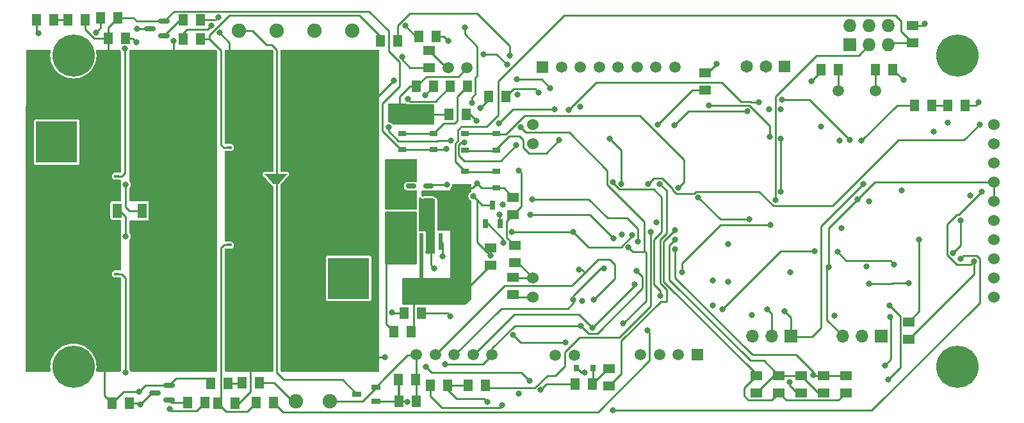
<source format=gbr>
%TF.GenerationSoftware,KiCad,Pcbnew,7.0.7*%
%TF.CreationDate,2024-03-21T09:31:29-04:00*%
%TF.ProjectId,BMB,424d422e-6b69-4636-9164-5f7063625858,rev?*%
%TF.SameCoordinates,Original*%
%TF.FileFunction,Copper,L1,Top*%
%TF.FilePolarity,Positive*%
%FSLAX46Y46*%
G04 Gerber Fmt 4.6, Leading zero omitted, Abs format (unit mm)*
G04 Created by KiCad (PCBNEW 7.0.7) date 2024-03-21 09:31:29*
%MOMM*%
%LPD*%
G01*
G04 APERTURE LIST*
G04 Aperture macros list*
%AMRoundRect*
0 Rectangle with rounded corners*
0 $1 Rounding radius*
0 $2 $3 $4 $5 $6 $7 $8 $9 X,Y pos of 4 corners*
0 Add a 4 corners polygon primitive as box body*
4,1,4,$2,$3,$4,$5,$6,$7,$8,$9,$2,$3,0*
0 Add four circle primitives for the rounded corners*
1,1,$1+$1,$2,$3*
1,1,$1+$1,$4,$5*
1,1,$1+$1,$6,$7*
1,1,$1+$1,$8,$9*
0 Add four rect primitives between the rounded corners*
20,1,$1+$1,$2,$3,$4,$5,0*
20,1,$1+$1,$4,$5,$6,$7,0*
20,1,$1+$1,$6,$7,$8,$9,0*
20,1,$1+$1,$8,$9,$2,$3,0*%
%AMOutline4P*
0 Free polygon, 4 corners , with rotation*
0 The origin of the aperture is its center*
0 number of corners: always 4*
0 $1 to $8 corner X, Y*
0 $9 Rotation angle, in degrees counterclockwise*
0 create outline with 4 corners*
4,1,4,$1,$2,$3,$4,$5,$6,$7,$8,$1,$2,$9*%
%AMOutline5P*
0 Free polygon, 5 corners , with rotation*
0 The origin of the aperture is its center*
0 number of corners: always 5*
0 $1 to $10 corner X, Y*
0 $11 Rotation angle, in degrees counterclockwise*
0 create outline with 5 corners*
4,1,5,$1,$2,$3,$4,$5,$6,$7,$8,$9,$10,$1,$2,$11*%
%AMOutline6P*
0 Free polygon, 6 corners , with rotation*
0 The origin of the aperture is its center*
0 number of corners: always 6*
0 $1 to $12 corner X, Y*
0 $13 Rotation angle, in degrees counterclockwise*
0 create outline with 6 corners*
4,1,6,$1,$2,$3,$4,$5,$6,$7,$8,$9,$10,$11,$12,$1,$2,$13*%
%AMOutline7P*
0 Free polygon, 7 corners , with rotation*
0 The origin of the aperture is its center*
0 number of corners: always 7*
0 $1 to $14 corner X, Y*
0 $15 Rotation angle, in degrees counterclockwise*
0 create outline with 7 corners*
4,1,7,$1,$2,$3,$4,$5,$6,$7,$8,$9,$10,$11,$12,$13,$14,$1,$2,$15*%
%AMOutline8P*
0 Free polygon, 8 corners , with rotation*
0 The origin of the aperture is its center*
0 number of corners: always 8*
0 $1 to $16 corner X, Y*
0 $17 Rotation angle, in degrees counterclockwise*
0 create outline with 8 corners*
4,1,8,$1,$2,$3,$4,$5,$6,$7,$8,$9,$10,$11,$12,$13,$14,$15,$16,$1,$2,$17*%
G04 Aperture macros list end*
%TA.AperFunction,SMDPad,CuDef*%
%ADD10R,1.270000X1.524000*%
%TD*%
%TA.AperFunction,ComponentPad*%
%ADD11C,1.905000*%
%TD*%
%TA.AperFunction,ComponentPad*%
%ADD12C,5.500000*%
%TD*%
%TA.AperFunction,ComponentPad*%
%ADD13R,5.500000X5.500000*%
%TD*%
%TA.AperFunction,ComponentPad*%
%ADD14C,5.600000*%
%TD*%
%TA.AperFunction,SMDPad,CuDef*%
%ADD15R,0.635000X0.838200*%
%TD*%
%TA.AperFunction,SMDPad,CuDef*%
%ADD16R,1.270000X1.905000*%
%TD*%
%TA.AperFunction,SMDPad,CuDef*%
%ADD17RoundRect,0.102500X-0.257500X-0.102500X0.257500X-0.102500X0.257500X0.102500X-0.257500X0.102500X0*%
%TD*%
%TA.AperFunction,SMDPad,CuDef*%
%ADD18R,0.510000X0.585000*%
%TD*%
%TA.AperFunction,SMDPad,CuDef*%
%ADD19R,3.990000X3.960000*%
%TD*%
%TA.AperFunction,SMDPad,CuDef*%
%ADD20R,0.410000X0.470000*%
%TD*%
%TA.AperFunction,SMDPad,CuDef*%
%ADD21R,1.041400X0.660400*%
%TD*%
%TA.AperFunction,SMDPad,CuDef*%
%ADD22R,1.524000X1.270000*%
%TD*%
%TA.AperFunction,SMDPad,CuDef*%
%ADD23RoundRect,0.150000X0.587500X0.150000X-0.587500X0.150000X-0.587500X-0.150000X0.587500X-0.150000X0*%
%TD*%
%TA.AperFunction,ComponentPad*%
%ADD24R,1.727200X1.727200*%
%TD*%
%TA.AperFunction,ComponentPad*%
%ADD25O,1.727200X1.727200*%
%TD*%
%TA.AperFunction,SMDPad,CuDef*%
%ADD26RoundRect,0.102500X0.257500X0.102500X-0.257500X0.102500X-0.257500X-0.102500X0.257500X-0.102500X0*%
%TD*%
%TA.AperFunction,ComponentPad*%
%ADD27C,1.524000*%
%TD*%
%TA.AperFunction,SMDPad,CuDef*%
%ADD28R,0.800100X1.300860*%
%TD*%
%TA.AperFunction,SMDPad,CuDef*%
%ADD29R,1.300860X0.800100*%
%TD*%
%TA.AperFunction,SMDPad,CuDef*%
%ADD30RoundRect,0.150000X0.512500X0.150000X-0.512500X0.150000X-0.512500X-0.150000X0.512500X-0.150000X0*%
%TD*%
%TA.AperFunction,SMDPad,CuDef*%
%ADD31R,0.600000X2.200000*%
%TD*%
%TA.AperFunction,SMDPad,CuDef*%
%ADD32R,3.450000X2.150000*%
%TD*%
%TA.AperFunction,SMDPad,CuDef*%
%ADD33Outline5P,-3.810000X1.270000X3.810000X1.270000X3.810000X-1.270000X-3.302000X-1.270000X-3.810000X-0.762000X270.000000*%
%TD*%
%TA.AperFunction,SMDPad,CuDef*%
%ADD34Outline4P,-1.514475X-0.663575X1.514475X-0.663575X0.371475X0.663575X-0.371475X0.663575X180.000000*%
%TD*%
%TA.AperFunction,SMDPad,CuDef*%
%ADD35Outline5P,-3.810000X0.762000X-3.302000X1.270000X3.810000X1.270000X3.810000X-1.270000X-3.810000X-1.270000X270.000000*%
%TD*%
%TA.AperFunction,ComponentPad*%
%ADD36C,1.498600*%
%TD*%
%TA.AperFunction,ComponentPad*%
%ADD37C,1.501140*%
%TD*%
%TA.AperFunction,ComponentPad*%
%ADD38R,1.508000X1.508000*%
%TD*%
%TA.AperFunction,ComponentPad*%
%ADD39C,1.508000*%
%TD*%
%TA.AperFunction,ComponentPad*%
%ADD40R,1.700000X1.700000*%
%TD*%
%TA.AperFunction,ComponentPad*%
%ADD41O,1.700000X1.700000*%
%TD*%
%TA.AperFunction,ComponentPad*%
%ADD42R,1.650000X1.650000*%
%TD*%
%TA.AperFunction,ComponentPad*%
%ADD43C,1.650000*%
%TD*%
%TA.AperFunction,ViaPad*%
%ADD44C,0.800000*%
%TD*%
%TA.AperFunction,Conductor*%
%ADD45C,0.254000*%
%TD*%
%TA.AperFunction,Conductor*%
%ADD46C,0.250000*%
%TD*%
%TA.AperFunction,Conductor*%
%ADD47C,0.500000*%
%TD*%
%TA.AperFunction,Conductor*%
%ADD48C,0.508000*%
%TD*%
%TA.AperFunction,Conductor*%
%ADD49C,0.152400*%
%TD*%
G04 APERTURE END LIST*
D10*
%TO.P,D8,1,K*%
%TO.N,GNDPWR*%
X217627200Y-86360000D03*
%TO.P,D8,2,A*%
%TO.N,Net-(D8-A)*%
X215341200Y-86360000D03*
%TD*%
%TO.P,C20,1*%
%TO.N,Net-(C19-Pad2)*%
X99060000Y-75057000D03*
%TO.P,C20,2*%
%TO.N,/PACK+*%
X101346000Y-75057000D03*
%TD*%
D11*
%TO.P,FUSE1,1,1*%
%TO.N,Net-(Q3-D)*%
X121666000Y-76454000D03*
%TD*%
D12*
%TO.P,PACK1,1,Pin_1*%
%TO.N,/PACK+*%
X97536000Y-100258000D03*
D13*
%TO.P,PACK1,2,Pin_2*%
%TO.N,GNDPWR*%
X97536000Y-91258000D03*
%TD*%
D10*
%TO.P,C1,1*%
%TO.N,/Vin*%
X149428200Y-87579200D03*
%TO.P,C1,2*%
%TO.N,GNDPWR*%
X151714200Y-87579200D03*
%TD*%
%TO.P,C22,1*%
%TO.N,/PACK+*%
X117932200Y-123190000D03*
%TO.P,C22,2*%
%TO.N,Net-(C22-Pad2)*%
X120218200Y-123190000D03*
%TD*%
%TO.P,C38,1*%
%TO.N,+3.3V*%
X142113000Y-116332000D03*
%TO.P,C38,2*%
%TO.N,GNDPWR*%
X144399000Y-116332000D03*
%TD*%
D11*
%TO.P,12V1,1,1*%
%TO.N,+12V*%
X136652000Y-76454000D03*
%TD*%
D14*
%TO.P,Mount1,1,1*%
%TO.N,unconnected-(Mount1-Pad1)*%
X99745800Y-79756000D03*
%TD*%
%TO.P,Mount2,1,1*%
%TO.N,unconnected-(Mount2-Pad1)*%
X99745800Y-121031000D03*
%TD*%
D15*
%TO.P,U3,1*%
%TO.N,/Vin*%
X141706600Y-87503000D03*
%TO.P,U3,2*%
%TO.N,/BAT+*%
X139471400Y-87503000D03*
%TD*%
D16*
%TO.P,TH1,1*%
%TO.N,Net-(U7-PTC)*%
X108839000Y-100330000D03*
%TO.P,TH1,2*%
%TO.N,/Vin*%
X105537000Y-100330000D03*
%TD*%
D17*
%TO.P,U10,1*%
%TO.N,/PACK+*%
X105483100Y-91948200D03*
%TO.P,U10,2*%
X105483100Y-93218200D03*
%TO.P,U10,3*%
X105483100Y-94488200D03*
%TO.P,U10,4*%
%TO.N,Net-(R29-Pad1)*%
X105483100Y-95758200D03*
D18*
%TO.P,U10,5*%
%TO.N,Net-(R26-Pad1)*%
X108198100Y-91580700D03*
X108198100Y-96125700D03*
D19*
X109278100Y-93853200D03*
D20*
X111068100Y-91638200D03*
X111068100Y-96068200D03*
%TD*%
D10*
%TO.P,R13,1*%
%TO.N,Net-(D1-K)*%
X154686000Y-85217000D03*
%TO.P,R13,2*%
%TO.N,Net-(Q2-D)*%
X156972000Y-85217000D03*
%TD*%
D21*
%TO.P,WAKE1,1,1*%
%TO.N,Net-(R37-Pad1)*%
X143213000Y-90085600D03*
%TO.P,WAKE1,2,2*%
X147363000Y-90085600D03*
%TO.P,WAKE1,3,3*%
%TO.N,/PACK+*%
X143213000Y-92235600D03*
%TO.P,WAKE1,4,4*%
X147363000Y-92235600D03*
%TD*%
D22*
%TO.P,D2,1,K*%
%TO.N,/LEDCNTLC*%
X195961000Y-124485400D03*
%TO.P,D2,2,A*%
%TO.N,/LEDCNTLB*%
X195961000Y-122199400D03*
%TD*%
D10*
%TO.P,R31,1*%
%TO.N,/PACK+*%
X104902000Y-125857000D03*
%TO.P,R31,2*%
%TO.N,Net-(R28-Pad1)*%
X107188000Y-125857000D03*
%TD*%
D22*
%TO.P,C10,1*%
%TO.N,+12V*%
X158089600Y-104978200D03*
%TO.P,C10,2*%
%TO.N,GNDPWR*%
X158089600Y-107264200D03*
%TD*%
%TO.P,D6,1,K*%
%TO.N,/LEDCNTLA*%
X201857400Y-124485400D03*
%TO.P,D6,2,A*%
%TO.N,/LEDCNTLC*%
X201857400Y-122199400D03*
%TD*%
%TO.P,R38,1*%
%TO.N,/BQ_PRES{slash}SHUTDN*%
X170561000Y-123571000D03*
%TO.P,R38,2*%
%TO.N,Net-(R38-Pad2)*%
X170561000Y-121285000D03*
%TD*%
D10*
%TO.P,C26,1*%
%TO.N,/Vin*%
X145110200Y-83870800D03*
%TO.P,C26,2*%
%TO.N,GNDPWR*%
X147396200Y-83870800D03*
%TD*%
D23*
%TO.P,U12,1*%
%TO.N,Net-(R34-Pad1)*%
X112395000Y-125410000D03*
%TO.P,U12,2*%
%TO.N,/PACK+*%
X112395000Y-123510000D03*
%TO.P,U12,3*%
%TO.N,Net-(R28-Pad1)*%
X110520000Y-124460000D03*
%TD*%
D22*
%TO.P,R49,1*%
%TO.N,/POD_SYS_PRES*%
X146812000Y-79121000D03*
%TO.P,R49,2*%
%TO.N,Net-(R25-Pad1)*%
X146812000Y-81407000D03*
%TD*%
%TO.P,D5,1,K*%
%TO.N,/LEDCNTLA*%
X193014600Y-124485400D03*
%TO.P,D5,2,A*%
%TO.N,/LEDCNTLB*%
X193014600Y-122199400D03*
%TD*%
%TO.P,C17,1*%
%TO.N,+12V*%
X157861000Y-100838000D03*
%TO.P,C17,2*%
%TO.N,GNDPWR*%
X157861000Y-98552000D03*
%TD*%
D21*
%TO.P,MCU_RES1,1,1*%
%TO.N,Net-(IC1-~{RESET}{slash}PDI_CLK)*%
X151526600Y-95132000D03*
%TO.P,MCU_RES1,2,2*%
X155676600Y-95132000D03*
%TO.P,MCU_RES1,3,3*%
%TO.N,GNDPWR*%
X151526600Y-97282000D03*
%TO.P,MCU_RES1,4,4*%
X155676600Y-97282000D03*
%TD*%
D10*
%TO.P,R17,1*%
%TO.N,Net-(U2-OUT)*%
X146939000Y-123444000D03*
%TO.P,R17,2*%
%TO.N,Net-(Q3-G)*%
X149225000Y-123444000D03*
%TD*%
%TO.P,R23,1*%
%TO.N,Net-(D8-A)*%
X213233000Y-86360000D03*
%TO.P,R23,2*%
%TO.N,Net-(IC1-AC1OUT{slash}AC6{slash}ADC6{slash}PA6)*%
X210947000Y-86360000D03*
%TD*%
%TO.P,R19,1*%
%TO.N,Net-(Q3-G)*%
X151917400Y-123444000D03*
%TO.P,R19,2*%
%TO.N,Net-(U7-FUSE)*%
X154203400Y-123444000D03*
%TD*%
D22*
%TO.P,R45,1*%
%TO.N,+3.3V*%
X210693000Y-75819000D03*
%TO.P,R45,2*%
%TO.N,Net-(IC1-~{RESET}{slash}PDI_CLK)*%
X210693000Y-78105000D03*
%TD*%
D11*
%TO.P,3.3V1,1,1*%
%TO.N,+3.3V*%
X131656666Y-76454000D03*
%TD*%
D10*
%TO.P,R30,1*%
%TO.N,Net-(R29-Pad1)*%
X103378000Y-74803000D03*
%TO.P,R30,2*%
%TO.N,/PACK+*%
X105664000Y-74803000D03*
%TD*%
%TO.P,R26,1*%
%TO.N,Net-(R26-Pad1)*%
X145415000Y-77216000D03*
%TO.P,R26,2*%
%TO.N,Net-(U7-VCC)*%
X147701000Y-77216000D03*
%TD*%
D24*
%TO.P,PROG1,1*%
%TO.N,Net-(IC1-PDI_DATA)*%
X202428000Y-78364000D03*
D25*
%TO.P,PROG1,2*%
%TO.N,+3.3V*%
X202428000Y-75824000D03*
%TO.P,PROG1,3*%
%TO.N,/RX_MCU*%
X204968000Y-78364000D03*
%TO.P,PROG1,4*%
%TO.N,/TX_MCU*%
X204968000Y-75824000D03*
%TO.P,PROG1,5*%
%TO.N,Net-(IC1-~{RESET}{slash}PDI_CLK)*%
X207508000Y-78364000D03*
%TO.P,PROG1,6*%
%TO.N,GNDPWR*%
X207508000Y-75824000D03*
%TD*%
D21*
%TO.P,DISP1,1,1*%
%TO.N,/DISP*%
X151518800Y-90161800D03*
%TO.P,DISP1,2,2*%
X155668800Y-90161800D03*
%TO.P,DISP1,3,3*%
%TO.N,GND1*%
X151518800Y-92311800D03*
%TO.P,DISP1,4,4*%
X155668800Y-92311800D03*
%TD*%
D10*
%TO.P,R24,1*%
%TO.N,Net-(R20-Pad1)*%
X123952000Y-125730000D03*
%TO.P,R24,2*%
%TO.N,Net-(U7-CHG)*%
X126238000Y-125730000D03*
%TD*%
%TO.P,C23,1*%
%TO.N,Net-(C22-Pad2)*%
X122021600Y-123164600D03*
%TO.P,C23,2*%
%TO.N,GNDPWR*%
X124307600Y-123164600D03*
%TD*%
D26*
%TO.P,U5,1*%
%TO.N,Net-(C19-Pad1)*%
X120322900Y-95757800D03*
%TO.P,U5,2*%
X120322900Y-94487800D03*
%TO.P,U5,3*%
X120322900Y-93217800D03*
%TO.P,U5,4*%
%TO.N,Net-(R21-Pad2)*%
X120322900Y-91947800D03*
D18*
%TO.P,U5,5*%
%TO.N,Net-(R26-Pad1)*%
X117607900Y-96125300D03*
X117607900Y-91580300D03*
D19*
X116527900Y-93852800D03*
D20*
X114737900Y-96067800D03*
X114737900Y-91637800D03*
%TD*%
D22*
%TO.P,C16,1*%
%TO.N,GNDPWR*%
X157835600Y-109194600D03*
%TO.P,C16,2*%
%TO.N,+3.3V*%
X157835600Y-111480600D03*
%TD*%
D10*
%TO.P,C24,1*%
%TO.N,GNDPWR*%
X198602600Y-81661000D03*
%TO.P,C24,2*%
%TO.N,Net-(IC1-PR0{slash}XTAL2{slash}TOSC2)*%
X200888600Y-81661000D03*
%TD*%
D27*
%TO.P,U8,1,VSS*%
%TO.N,GNDPWR*%
X221488000Y-111760000D03*
%TO.P,U8,2,REGVDD*%
X221488000Y-109220000D03*
%TO.P,U8,3,VDD*%
%TO.N,+3.3V*%
X221488000Y-106680000D03*
%TO.P,U8,4,VDDIO*%
X221488000Y-104140000D03*
%TO.P,U8,5,SCLK*%
%TO.N,/SCL*%
X221488000Y-101600000D03*
%TO.P,U8,6,SID*%
%TO.N,/SDA*%
X221488000Y-99060000D03*
%TO.P,U8,7,SOO*%
X221488000Y-96520000D03*
%TO.P,U8,8,VCOMH*%
%TO.N,Net-(U8-VCOMH)*%
X221488000Y-93980000D03*
%TO.P,U8,9,VCC*%
%TO.N,+12V*%
X221488000Y-91440000D03*
%TO.P,U8,10,VLSS*%
%TO.N,GNDPWR*%
X221488000Y-88900000D03*
%TO.P,U8,11,IREF*%
%TO.N,Net-(U8-IREF)*%
X160528000Y-88900000D03*
%TO.P,U8,12,RES*%
%TO.N,/OLED_RES*%
X160528000Y-91440000D03*
%TO.P,U8,19,CS*%
%TO.N,GNDPWR*%
X160528000Y-109220000D03*
%TO.P,U8,20,BS1*%
%TO.N,+3.3V*%
X160528000Y-111760000D03*
%TD*%
D23*
%TO.P,U11,1*%
%TO.N,Net-(R36-Pad1)*%
X111760000Y-77150000D03*
%TO.P,U11,2*%
%TO.N,/PACK+*%
X111760000Y-75250000D03*
%TO.P,U11,3*%
%TO.N,Net-(R29-Pad1)*%
X109885000Y-76200000D03*
%TD*%
D10*
%TO.P,R10,1*%
%TO.N,/Vin*%
X143510000Y-113919000D03*
%TO.P,R10,2*%
%TO.N,/PWR_PRES{slash}SHUTDN*%
X145796000Y-113919000D03*
%TD*%
%TO.P,C15,1*%
%TO.N,GND1*%
X145034000Y-122707400D03*
%TO.P,C15,2*%
%TO.N,Net-(Q3-G)*%
X142748000Y-122707400D03*
%TD*%
D17*
%TO.P,U9,1*%
%TO.N,/PACK+*%
X105483100Y-104902200D03*
%TO.P,U9,2*%
X105483100Y-106172200D03*
%TO.P,U9,3*%
X105483100Y-107442200D03*
%TO.P,U9,4*%
%TO.N,Net-(R28-Pad1)*%
X105483100Y-108712200D03*
D18*
%TO.P,U9,5*%
%TO.N,Net-(R26-Pad1)*%
X108198100Y-104534700D03*
X108198100Y-109079700D03*
D19*
X109278100Y-106807200D03*
D20*
X111068100Y-104592200D03*
X111068100Y-109022200D03*
%TD*%
D14*
%TO.P,Mount3,1,1*%
%TO.N,unconnected-(Mount3-Pad1)*%
X216585800Y-79756000D03*
%TD*%
D28*
%TO.P,Q1,1,D*%
%TO.N,/LDO_EN*%
X155194000Y-99586860D03*
%TO.P,Q1,2,G*%
%TO.N,/PWR_PRES{slash}SHUTDN*%
X154244000Y-102089140D03*
%TO.P,Q1,3,S*%
%TO.N,/Vin*%
X156144000Y-102089140D03*
%TD*%
D11*
%TO.P,Vin1,1,1*%
%TO.N,/Vin*%
X126661333Y-76454000D03*
%TD*%
D10*
%TO.P,C19,1*%
%TO.N,Net-(C19-Pad1)*%
X94869000Y-75057000D03*
%TO.P,C19,2*%
%TO.N,Net-(C19-Pad2)*%
X97155000Y-75057000D03*
%TD*%
%TO.P,R18,1*%
%TO.N,Net-(Q3-G)*%
X142798800Y-125603000D03*
%TO.P,R18,2*%
%TO.N,GND1*%
X145084800Y-125603000D03*
%TD*%
%TO.P,R21,1*%
%TO.N,Net-(C19-Pad1)*%
X114300000Y-77597000D03*
%TO.P,R21,2*%
%TO.N,Net-(R21-Pad2)*%
X116586000Y-77597000D03*
%TD*%
D22*
%TO.P,R11,1*%
%TO.N,/LDO_EN*%
X154940000Y-105283000D03*
%TO.P,R11,2*%
%TO.N,GNDPWR*%
X154940000Y-107569000D03*
%TD*%
D10*
%TO.P,R22,1*%
%TO.N,Net-(R21-Pad2)*%
X140335000Y-77851000D03*
%TO.P,R22,2*%
%TO.N,Net-(U7-CHG)*%
X142621000Y-77851000D03*
%TD*%
D22*
%TO.P,C29,1*%
%TO.N,GNDPWR*%
X183261000Y-82042000D03*
%TO.P,C29,2*%
%TO.N,GND*%
X183261000Y-84328000D03*
%TD*%
D10*
%TO.P,R36,1*%
%TO.N,Net-(R36-Pad1)*%
X114300000Y-75057000D03*
%TO.P,R36,2*%
%TO.N,GNDPWR*%
X116586000Y-75057000D03*
%TD*%
D29*
%TO.P,Q3,1,D*%
%TO.N,Net-(Q3-D)*%
X137223120Y-124653000D03*
%TO.P,Q3,2,G*%
%TO.N,Net-(Q3-G)*%
X139725400Y-125603000D03*
%TO.P,Q3,3,S*%
%TO.N,GND1*%
X139725400Y-123703000D03*
%TD*%
D14*
%TO.P,Mount4,1,1*%
%TO.N,unconnected-(Mount4-Pad1)*%
X216585800Y-121031000D03*
%TD*%
D11*
%TO.P,GNDPWR1,1,1*%
%TO.N,GNDPWR*%
X129133600Y-125603000D03*
%TD*%
D10*
%TO.P,C25,1*%
%TO.N,GNDPWR*%
X208051400Y-81661000D03*
%TO.P,C25,2*%
%TO.N,Net-(IC1-PR1{slash}XTAL1{slash}TOSC1)*%
X205765400Y-81661000D03*
%TD*%
D30*
%TO.P,U1,1,Vin*%
%TO.N,/Vin*%
X146679500Y-98994000D03*
%TO.P,U1,2,GND*%
%TO.N,GNDPWR*%
X146679500Y-98044000D03*
%TO.P,U1,3,EN*%
%TO.N,/LDO_EN*%
X146679500Y-97094000D03*
%TO.P,U1,4,NC*%
%TO.N,unconnected-(U1-NC-Pad4)*%
X144404500Y-97094000D03*
%TO.P,U1,5,OUT*%
%TO.N,+12V*%
X144404500Y-98994000D03*
%TD*%
D10*
%TO.P,R41,1*%
%TO.N,Net-(R38-Pad2)*%
X168402000Y-123317000D03*
%TO.P,R41,2*%
%TO.N,/PRES{slash}SHUTDN*%
X166116000Y-123317000D03*
%TD*%
D26*
%TO.P,U6,1*%
%TO.N,Net-(C19-Pad1)*%
X120322900Y-108698500D03*
%TO.P,U6,2*%
X120322900Y-107428500D03*
%TO.P,U6,3*%
X120322900Y-106158500D03*
%TO.P,U6,4*%
%TO.N,Net-(R20-Pad1)*%
X120322900Y-104888500D03*
D18*
%TO.P,U6,5*%
%TO.N,Net-(R26-Pad1)*%
X117607900Y-109066000D03*
X117607900Y-104521000D03*
D19*
X116527900Y-106793500D03*
D20*
X114737900Y-109008500D03*
X114737900Y-104578500D03*
%TD*%
D15*
%TO.P,U15,1*%
%TO.N,GNDPWR*%
X166243000Y-121158000D03*
%TO.P,U15,2*%
%TO.N,Net-(R38-Pad2)*%
X168478200Y-121158000D03*
%TD*%
D10*
%TO.P,R34,1*%
%TO.N,Net-(R34-Pad1)*%
X114833400Y-125780800D03*
%TO.P,R34,2*%
%TO.N,GNDPWR*%
X117119400Y-125780800D03*
%TD*%
D22*
%TO.P,C9,1*%
%TO.N,Net-(U2-V1)*%
X210185000Y-115062000D03*
%TO.P,C9,2*%
%TO.N,GND1*%
X210185000Y-117348000D03*
%TD*%
D10*
%TO.P,R37,1*%
%TO.N,Net-(R37-Pad1)*%
X151866600Y-83870800D03*
%TO.P,R37,2*%
%TO.N,/BAT+*%
X149580600Y-83870800D03*
%TD*%
D31*
%TO.P,U21,1,~{SHDWN}*%
%TO.N,/LDO_EN*%
X148336000Y-104431500D03*
%TO.P,U21,2,Vin*%
%TO.N,/Vin*%
X147066000Y-104431500D03*
%TO.P,U21,3,GND*%
%TO.N,GNDPWR*%
X145796000Y-104431500D03*
%TO.P,U21,4,Vout*%
%TO.N,+3.3V*%
X144526000Y-104431500D03*
%TO.P,U21,5,SENSE/ADJ*%
X143256000Y-104431500D03*
D32*
%TO.P,U21,6,GND*%
%TO.N,GNDPWR*%
X145796000Y-110731500D03*
%TD*%
D10*
%TO.P,R20,1*%
%TO.N,Net-(R20-Pad1)*%
X118872000Y-125857000D03*
%TO.P,R20,2*%
%TO.N,Net-(C19-Pad1)*%
X121158000Y-125857000D03*
%TD*%
D11*
%TO.P,BAT-1,1,1*%
%TO.N,GND1*%
X133680200Y-125603000D03*
%TD*%
D22*
%TO.P,D3,1,K*%
%TO.N,/LEDCNTLB*%
X190068200Y-124485400D03*
%TO.P,D3,2,A*%
%TO.N,/LEDCNTLA*%
X190068200Y-122199400D03*
%TD*%
D12*
%TO.P,BAT1,1,Pin_1*%
%TO.N,/BAT+*%
X136144000Y-100330000D03*
D13*
%TO.P,BAT1,2,Pin_2*%
%TO.N,GND1*%
X136144000Y-109330000D03*
%TD*%
D33*
%TO.P,U4,1,FUSE*%
%TO.N,/BAT+*%
X128765300Y-100799900D03*
D34*
%TO.P,U4,2,Heater*%
%TO.N,Net-(Q3-D)*%
X126504700Y-96148525D03*
D35*
%TO.P,U4,3,FUSE*%
%TO.N,Net-(C19-Pad1)*%
X124244100Y-100799900D03*
%TD*%
D22*
%TO.P,D4,1,K*%
%TO.N,/LEDCNTLB*%
X198907400Y-124485400D03*
%TO.P,D4,2,A*%
%TO.N,/LEDCNTLC*%
X198907400Y-122199400D03*
%TD*%
D10*
%TO.P,D1,1,K*%
%TO.N,Net-(D1-K)*%
X106680000Y-77470000D03*
%TO.P,D1,2,A*%
%TO.N,/PACK+*%
X104394000Y-77470000D03*
%TD*%
D36*
%TO.P,SYS_PRES1,1,Pin_1*%
%TO.N,/POD_SYS_PRES*%
X149275800Y-81407000D03*
%TO.P,SYS_PRES1,2,Pin_2*%
%TO.N,/Vin*%
X151775799Y-81407000D03*
%TD*%
D37*
%TO.P,Y1,1,1*%
%TO.N,Net-(IC1-PR1{slash}XTAL1{slash}TOSC1)*%
X205793340Y-84455000D03*
%TO.P,Y1,2,2*%
%TO.N,Net-(IC1-PR0{slash}XTAL2{slash}TOSC2)*%
X200911460Y-84455000D03*
%TD*%
D38*
%TO.P,THERMS1,1,Pin_1*%
%TO.N,Net-(THERMS1-Pin_1)*%
X161782850Y-81326600D03*
D39*
%TO.P,THERMS1,2,Pin_2*%
%TO.N,GND1*%
X164282850Y-81326600D03*
%TO.P,THERMS1,3,Pin_3*%
%TO.N,Net-(THERMS1-Pin_3)*%
X166782850Y-81326600D03*
%TO.P,THERMS1,4,Pin_4*%
%TO.N,GND1*%
X169282850Y-81326600D03*
%TO.P,THERMS1,5,Pin_5*%
%TO.N,Net-(THERMS1-Pin_5)*%
X171782850Y-81326600D03*
%TO.P,THERMS1,6,Pin_6*%
%TO.N,GND1*%
X174282850Y-81326600D03*
%TO.P,THERMS1,7,Pin_7*%
%TO.N,Net-(THERMS1-Pin_7)*%
X176782850Y-81326600D03*
%TO.P,THERMS1,8,Pin_8*%
%TO.N,GND1*%
X179282850Y-81326600D03*
%TD*%
D38*
%TO.P,SMBUS_OUT1,1,Pin_1*%
%TO.N,GNDPWR*%
X182227150Y-119435000D03*
D39*
%TO.P,SMBUS_OUT1,2,Pin_2*%
%TO.N,Net-(SMBC_SEL1-B)*%
X179727150Y-119435000D03*
%TO.P,SMBUS_OUT1,3,Pin_3*%
%TO.N,Net-(SMBD_SEL1-A)*%
X177227150Y-119435000D03*
%TO.P,SMBUS_OUT1,4,Pin_4*%
%TO.N,unconnected-(SMBUS_OUT1-Pin_4-Pad4)*%
X174727150Y-119435000D03*
%TD*%
D36*
%TO.P,BALANCE1,1,Pin_1*%
%TO.N,/BAT+*%
X155088600Y-119463500D03*
%TO.P,BALANCE1,2,Pin_2*%
%TO.N,Net-(BALANCE1-Pin_2)*%
X152588600Y-119463500D03*
%TO.P,BALANCE1,3,Pin_3*%
%TO.N,Net-(BALANCE1-Pin_3)*%
X150088600Y-119463500D03*
%TO.P,BALANCE1,4,Pin_4*%
%TO.N,Net-(BALANCE1-Pin_4)*%
X147588600Y-119463500D03*
%TO.P,BALANCE1,5,Pin_5*%
%TO.N,GND1*%
X145088600Y-119463500D03*
%TD*%
D40*
%TO.P,SMBC_SEL1,1,A*%
%TO.N,/SCL*%
X194625200Y-116941600D03*
D41*
%TO.P,SMBC_SEL1,2,C*%
%TO.N,Net-(SMBC_SEL1-C)*%
X192085200Y-116941600D03*
%TO.P,SMBC_SEL1,3,B*%
%TO.N,Net-(SMBC_SEL1-B)*%
X189545200Y-116941600D03*
%TD*%
D42*
%TO.P,SERIAL_OUT1,1,Pin_1*%
%TO.N,/RX_OUT*%
X193798200Y-81254600D03*
D43*
%TO.P,SERIAL_OUT1,2,Pin_2*%
%TO.N,GND*%
X191298200Y-81254600D03*
%TO.P,SERIAL_OUT1,3,Pin_3*%
%TO.N,/TX_OUT*%
X188798200Y-81254600D03*
%TD*%
D36*
%TO.P,REED1,1,Pin_1*%
%TO.N,/Vin*%
X165974399Y-119532400D03*
%TO.P,REED1,2,Pin_2*%
%TO.N,/REED_OUT*%
X163474400Y-119532400D03*
%TD*%
D40*
%TO.P,SMBD_SEL1,1,A*%
%TO.N,Net-(SMBD_SEL1-A)*%
X206527400Y-116941600D03*
D41*
%TO.P,SMBD_SEL1,2,C*%
%TO.N,Net-(SMBD_SEL1-C)*%
X203987400Y-116941600D03*
%TO.P,SMBD_SEL1,3,B*%
%TO.N,/SDA*%
X201447400Y-116941600D03*
%TD*%
D44*
%TO.N,GNDPWR*%
X219456000Y-85979000D03*
X167309800Y-121793000D03*
X158435100Y-84963000D03*
X149860000Y-98552000D03*
X204978000Y-99060000D03*
X158623000Y-124587000D03*
X151333200Y-98577400D03*
X186309000Y-109728000D03*
X150368000Y-111455200D03*
X149860000Y-99949000D03*
X112522000Y-126619000D03*
X197358000Y-83185000D03*
X150266400Y-97434400D03*
X189484000Y-114173000D03*
X215392000Y-88646000D03*
X191770000Y-86868000D03*
X186309000Y-104775000D03*
X153035000Y-88392000D03*
X146227800Y-85064600D03*
X149352000Y-111963200D03*
X200370017Y-114294287D03*
X184785000Y-80899000D03*
X151333200Y-99974400D03*
X151333200Y-101193600D03*
X166776400Y-86578500D03*
X148336000Y-99949000D03*
X149860000Y-102489000D03*
X148336000Y-98552000D03*
X151384000Y-111912400D03*
X148336000Y-101219000D03*
X149860000Y-101219000D03*
X148336000Y-111455200D03*
X201041000Y-91059000D03*
X153111200Y-96723200D03*
X148336000Y-102489000D03*
X209296000Y-97663000D03*
X118877714Y-74681714D03*
X209473800Y-83032600D03*
%TO.N,GND*%
X177038000Y-88900000D03*
X189103000Y-101473000D03*
X182372000Y-98552000D03*
%TO.N,/Vin*%
X172257050Y-103540500D03*
X142875000Y-86868000D03*
X147066000Y-101346000D03*
X147066000Y-102489000D03*
X176819500Y-101854000D03*
X146685000Y-88138000D03*
X145415000Y-88138000D03*
X147066000Y-100203000D03*
X145415000Y-86868000D03*
X144145000Y-88138000D03*
X146050000Y-100203000D03*
X141859000Y-113792000D03*
X146050000Y-101346000D03*
X142875000Y-88138000D03*
X144145000Y-86868000D03*
X146050000Y-102489000D03*
X184277000Y-112903000D03*
X147421600Y-107950000D03*
X156083000Y-100838000D03*
X146685000Y-86868000D03*
X106680000Y-103759000D03*
%TO.N,Net-(Q3-G)*%
X143850298Y-125679200D03*
X154482800Y-125679200D03*
%TO.N,GND1*%
X163982400Y-90982800D03*
X219588714Y-88905714D03*
X170688000Y-90805000D03*
X175768000Y-96774000D03*
X219837000Y-97790000D03*
X172212000Y-96774000D03*
X218821000Y-107061000D03*
X167005000Y-112268000D03*
%TO.N,Net-(C19-Pad1)*%
X119068214Y-76777214D03*
X117983000Y-75783500D03*
X95123000Y-76835000D03*
%TO.N,/PACK+*%
X108458000Y-124333000D03*
X149034787Y-92130389D03*
X151413285Y-91344677D03*
X158299786Y-91658500D03*
%TO.N,+12V*%
X143002000Y-97917000D03*
X141732000Y-96647000D03*
X144272000Y-94234000D03*
X143002000Y-95377000D03*
X143002000Y-96647000D03*
X143002000Y-99314000D03*
X141732000Y-94234000D03*
X141732000Y-97917000D03*
X141732000Y-95377000D03*
X141732000Y-99314000D03*
X144272000Y-95377000D03*
X158623000Y-94996000D03*
X143002000Y-94234000D03*
%TO.N,+3.3V*%
X144399000Y-102489000D03*
X141732000Y-103886000D03*
X143002000Y-101219000D03*
X141732000Y-105156000D03*
X144399000Y-106553000D03*
X212344000Y-75565000D03*
X194564000Y-108458000D03*
X141732000Y-101219000D03*
X143002000Y-106553000D03*
X204597000Y-107696000D03*
X193277500Y-86868000D03*
X218313000Y-98298000D03*
X213487000Y-89880502D03*
X144399000Y-101219000D03*
X141732000Y-106553000D03*
X201295000Y-102616000D03*
X143002000Y-102489000D03*
X156489400Y-99542600D03*
X141732000Y-102489000D03*
X198628000Y-89154000D03*
%TO.N,/RX_MCU*%
X192551000Y-98933000D03*
%TO.N,Net-(D1-K)*%
X108077000Y-77978000D03*
X153543000Y-86741000D03*
%TO.N,/LEDCNTLB*%
X179324000Y-104140000D03*
%TO.N,/LEDCNTLC*%
X194411600Y-123088400D03*
X197535800Y-122097800D03*
X179324000Y-105410000D03*
%TO.N,/LEDCNTLA*%
X179324000Y-102870000D03*
%TO.N,/OLED_RES*%
X202438000Y-90932000D03*
X190373000Y-85979000D03*
X165227000Y-86995000D03*
X193456500Y-85598000D03*
%TO.N,/BAT+*%
X174244000Y-108331000D03*
X148920200Y-120700800D03*
X142148500Y-83058000D03*
X197739000Y-105664000D03*
X185547000Y-113411000D03*
X143941800Y-85572600D03*
X166878000Y-115570000D03*
X140970000Y-119761000D03*
%TO.N,Net-(BALANCE1-Pin_2)*%
X168402000Y-115824000D03*
X173990000Y-110109000D03*
X207772000Y-114427000D03*
X207060800Y-120827800D03*
%TO.N,Net-(BALANCE1-Pin_3)*%
X207645000Y-112903000D03*
X169926000Y-107985498D03*
X165826500Y-112141000D03*
X207518000Y-122682000D03*
%TO.N,Net-(BALANCE1-Pin_4)*%
X191897000Y-102235000D03*
X168529000Y-112141000D03*
X200787000Y-105826500D03*
X166624000Y-108168502D03*
X180213000Y-108458000D03*
X208280000Y-107442000D03*
%TO.N,/SDA*%
X199644000Y-107823000D03*
X203454000Y-98806000D03*
%TO.N,/PRES{slash}SHUTDN*%
X160045400Y-122885200D03*
X146329400Y-121031000D03*
X161544000Y-124079000D03*
%TO.N,Net-(SMBC_SEL1-C)*%
X191516000Y-113411000D03*
%TO.N,/SCL*%
X204216000Y-96774000D03*
X193802000Y-113665000D03*
%TO.N,/LDO_EN*%
X149148800Y-96875600D03*
X163398200Y-86944200D03*
X156006800Y-88773000D03*
X154940000Y-106334498D03*
X148539200Y-106375200D03*
X152635586Y-98418014D03*
%TO.N,Net-(Q2-D)*%
X161239200Y-84683600D03*
%TO.N,/PWR_PRES{slash}SHUTDN*%
X149606000Y-114300000D03*
X156616400Y-104597200D03*
%TO.N,Net-(U2-V3)*%
X210227911Y-109939089D03*
X204978000Y-109982000D03*
%TO.N,Net-(R26-Pad1)*%
X143637000Y-75819000D03*
X113030000Y-77851000D03*
%TO.N,Net-(U2-V1)*%
X211582000Y-104140000D03*
%TO.N,Net-(U7-PBI)*%
X171196000Y-104013000D03*
X160147000Y-100838000D03*
%TO.N,Net-(U7-PTC)*%
X184277000Y-109601000D03*
X106680000Y-96901000D03*
%TO.N,Net-(U20-C1-)*%
X193277500Y-90805000D03*
X193294000Y-97790000D03*
%TO.N,Net-(U20-C2-)*%
X191824500Y-90551000D03*
X183769000Y-86360000D03*
%TO.N,Net-(U20-ISOVcc)*%
X188849000Y-87122000D03*
X179197000Y-89027000D03*
%TO.N,/REED_OUT*%
X164769800Y-117830600D03*
X157866714Y-116820314D03*
X141442135Y-89309167D03*
X149645815Y-91017730D03*
%TO.N,Net-(U2-REG)*%
X217043000Y-101600000D03*
X216027000Y-105918000D03*
%TO.N,Net-(U2-OUT)*%
X217043000Y-106680000D03*
X171069000Y-126746000D03*
X156464000Y-126111000D03*
%TO.N,Net-(U7-FUSE)*%
X176062700Y-103124000D03*
%TO.N,Net-(U7-CHG)*%
X173101000Y-105230450D03*
X175646714Y-116205000D03*
X158886000Y-89290000D03*
X172466000Y-115297500D03*
X157480000Y-79756000D03*
%TO.N,Net-(U7-VCC)*%
X171069000Y-96520000D03*
X158369000Y-82931000D03*
X154000200Y-79596614D03*
X149352000Y-77851000D03*
X177329500Y-111633000D03*
X157093286Y-81020286D03*
X162814000Y-84074000D03*
%TO.N,Net-(R28-Pad1)*%
X108585000Y-125984000D03*
X106679500Y-121828500D03*
%TO.N,Net-(U7-DSG)*%
X173608500Y-103581528D03*
X165862000Y-103124000D03*
X157734000Y-103200200D03*
%TO.N,Net-(R29-Pad1)*%
X106553000Y-78867000D03*
X102743000Y-76708000D03*
X108204000Y-76200000D03*
%TO.N,Net-(U7-PACK)*%
X160401000Y-98806000D03*
X174371000Y-104394000D03*
%TO.N,/DISP*%
X179705000Y-97282000D03*
%TO.N,Net-(IC1-AC1OUT{slash}AC6{slash}ADC6{slash}PA6)*%
X203962000Y-91059000D03*
%TO.N,/REED_MCU*%
X152476200Y-86029800D03*
X151511000Y-76073000D03*
%TO.N,Net-(R25-Pad1)*%
X143176014Y-79937586D03*
%TO.N,/BQ_PRES{slash}SHUTDN*%
X177292000Y-96774000D03*
%TD*%
D45*
%TO.N,GNDPWR*%
X183642000Y-82042000D02*
X184785000Y-80899000D01*
D46*
X158089600Y-107264200D02*
X158572200Y-107264200D01*
D45*
X151384000Y-111912400D02*
X151384000Y-111125000D01*
D46*
X147396200Y-83870800D02*
X147396200Y-83896200D01*
D45*
X153729000Y-97341000D02*
X155745000Y-97341000D01*
D46*
X158572200Y-107264200D02*
X160528000Y-109220000D01*
D45*
X118877714Y-74681714D02*
X118502428Y-75057000D01*
X156650000Y-97341000D02*
X155745000Y-97341000D01*
X112772800Y-126869800D02*
X112522000Y-126619000D01*
X217805000Y-86360000D02*
X219075000Y-86360000D01*
X151595000Y-97341000D02*
X152493400Y-97341000D01*
D46*
X160528000Y-109220000D02*
X157861000Y-109220000D01*
D45*
X166961972Y-121793000D02*
X166326972Y-121158000D01*
X151384000Y-111125000D02*
X154940000Y-107569000D01*
X126263400Y-123164600D02*
X128701800Y-125603000D01*
X144399000Y-116332000D02*
X144834000Y-115897000D01*
D46*
X147396200Y-83870800D02*
X147396200Y-83541800D01*
D45*
X116030400Y-126869800D02*
X112772800Y-126869800D01*
X152493400Y-97341000D02*
X153111200Y-96723200D01*
X167309800Y-121793000D02*
X166961972Y-121793000D01*
X219075000Y-86360000D02*
X219456000Y-85979000D01*
D46*
X157861000Y-109220000D02*
X157835600Y-109194600D01*
D45*
X144399000Y-116332000D02*
X144700134Y-116030866D01*
D46*
X147396200Y-83896200D02*
X146227800Y-85064600D01*
X151714200Y-87579200D02*
X152222200Y-87579200D01*
D45*
X117119400Y-125780800D02*
X116030400Y-126869800D01*
X209473800Y-83032600D02*
X208102200Y-81661000D01*
D47*
X146679500Y-98044000D02*
X147574000Y-98044000D01*
D46*
X152222200Y-87579200D02*
X153035000Y-88392000D01*
D45*
X157861000Y-98552000D02*
X156650000Y-97341000D01*
X198602600Y-81940400D02*
X198602600Y-81661000D01*
X144700134Y-116030866D02*
X144700134Y-111827366D01*
X208102200Y-81661000D02*
X208051400Y-81661000D01*
X124307600Y-123164600D02*
X126263400Y-123164600D01*
D47*
X146679500Y-98044000D02*
X147828000Y-98044000D01*
D45*
X197358000Y-83185000D02*
X198602600Y-81940400D01*
X144700134Y-111827366D02*
X145796000Y-110731500D01*
X153111200Y-96723200D02*
X153729000Y-97341000D01*
X183261000Y-82042000D02*
X183642000Y-82042000D01*
D48*
X145796000Y-110731500D02*
X145796000Y-104431500D01*
D47*
X147828000Y-98044000D02*
X148336000Y-98552000D01*
D45*
X118502428Y-75057000D02*
X116586000Y-75057000D01*
X166326972Y-121158000D02*
X166243000Y-121158000D01*
%TO.N,Net-(IC1-PR0{slash}XTAL2{slash}TOSC2)*%
X200911460Y-81683860D02*
X200911460Y-84455000D01*
X200888600Y-81661000D02*
X200911460Y-81683860D01*
%TO.N,Net-(IC1-PR1{slash}XTAL1{slash}TOSC1)*%
X205793340Y-81688940D02*
X205793340Y-84455000D01*
X205765400Y-81661000D02*
X205793340Y-81688940D01*
%TO.N,GND*%
X183261000Y-84328000D02*
X181610000Y-84328000D01*
X189103000Y-101473000D02*
X185293000Y-101473000D01*
X181610000Y-84328000D02*
X177038000Y-88900000D01*
X185293000Y-101473000D02*
X182372000Y-98552000D01*
%TO.N,/Vin*%
X106680000Y-101092000D02*
X105918000Y-100330000D01*
D46*
X145110200Y-83870800D02*
X144225200Y-83870800D01*
X142875000Y-85221000D02*
X142875000Y-86868000D01*
X144225200Y-83870800D02*
X142875000Y-85221000D01*
X147243800Y-87579200D02*
X146685000Y-88138000D01*
X149428200Y-87579200D02*
X147243800Y-87579200D01*
D45*
X156083000Y-100838000D02*
X156083000Y-102028140D01*
X143510000Y-113919000D02*
X141986000Y-113919000D01*
X156083000Y-102028140D02*
X156144000Y-102089140D01*
X166032100Y-119456500D02*
X165912500Y-119456500D01*
X105918000Y-100330000D02*
X105537000Y-100330000D01*
X150632799Y-82550000D02*
X146431000Y-82550000D01*
X146431000Y-82550000D02*
X145110200Y-83870800D01*
X141986000Y-113919000D02*
X141859000Y-113792000D01*
X106680000Y-103759000D02*
X106680000Y-101092000D01*
X147421600Y-107950000D02*
X147066000Y-107594400D01*
X147066000Y-107594400D02*
X147066000Y-104431500D01*
X151775799Y-81407000D02*
X150632799Y-82550000D01*
%TO.N,Net-(Q3-G)*%
X149250400Y-124053600D02*
X149250400Y-123469400D01*
X154482800Y-125679200D02*
X154025600Y-125222000D01*
X142798800Y-125603000D02*
X139725400Y-125603000D01*
X154025600Y-125222000D02*
X150418800Y-125222000D01*
X142798800Y-125603000D02*
X143774098Y-125603000D01*
X143774098Y-125603000D02*
X143850298Y-125679200D01*
X142748000Y-122707400D02*
X142748000Y-125552200D01*
X149250400Y-123469400D02*
X149225000Y-123444000D01*
X149225000Y-123444000D02*
X151917400Y-123444000D01*
X142798800Y-125603000D02*
X142798800Y-122468700D01*
X150418800Y-125222000D02*
X149250400Y-124053600D01*
X142748000Y-125552200D02*
X142798800Y-125603000D01*
X149606000Y-123698000D02*
X149250400Y-124053600D01*
%TO.N,GND1*%
X143897400Y-119507000D02*
X145074000Y-119507000D01*
X145084800Y-119517800D02*
X145074000Y-119507000D01*
X210185000Y-117348000D02*
X218821000Y-108712000D01*
X160020000Y-92710000D02*
X159258000Y-91948000D01*
X140878000Y-122526400D02*
X143897400Y-119507000D01*
X179438866Y-98044000D02*
X178943000Y-97548134D01*
X139725400Y-123703000D02*
X139725400Y-123855200D01*
X170688000Y-90805000D02*
X172212000Y-92329000D01*
X133629400Y-125603000D02*
X133604000Y-125628400D01*
X217493214Y-91001214D02*
X208845786Y-91001214D01*
X145084800Y-125603000D02*
X145084800Y-119517800D01*
X172212000Y-92329000D02*
X172212000Y-96774000D01*
X216500000Y-100873000D02*
X215265000Y-102108000D01*
X137977600Y-125603000D02*
X133629400Y-125603000D01*
X159258000Y-90932000D02*
X158750000Y-90424000D01*
X192284866Y-99695000D02*
X190379866Y-97790000D01*
X140878000Y-122550400D02*
X139725400Y-123703000D01*
X157366624Y-90424000D02*
X155402624Y-92388000D01*
X177593134Y-96047000D02*
X176495000Y-96047000D01*
X158750000Y-90424000D02*
X157366624Y-90424000D01*
X218821000Y-108712000D02*
X218821000Y-107061000D01*
X190379866Y-97790000D02*
X182105866Y-97790000D01*
X176495000Y-96047000D02*
X175768000Y-96774000D01*
X178943000Y-97548134D02*
X178943000Y-97396866D01*
X219837000Y-97790000D02*
X219837000Y-97802134D01*
X219588714Y-88905714D02*
X217493214Y-91001214D01*
X155402624Y-92388000D02*
X151638000Y-92388000D01*
X218440000Y-107442000D02*
X218821000Y-107061000D01*
X208845786Y-91001214D02*
X200152000Y-99695000D01*
X215265000Y-102108000D02*
X215265000Y-106184134D01*
X163982400Y-90982800D02*
X162255200Y-92710000D01*
X139725400Y-123855200D02*
X137977600Y-125603000D01*
X181851866Y-98044000D02*
X179438866Y-98044000D01*
X178943000Y-97396866D02*
X177593134Y-96047000D01*
X159258000Y-91948000D02*
X159258000Y-90932000D01*
X182105866Y-97790000D02*
X181851866Y-98044000D01*
X200152000Y-99695000D02*
X192284866Y-99695000D01*
X140878000Y-122526400D02*
X140878000Y-122550400D01*
X216766134Y-100873000D02*
X216500000Y-100873000D01*
X219837000Y-97802134D02*
X216766134Y-100873000D01*
X215265000Y-106184134D02*
X216522866Y-107442000D01*
X216522866Y-107442000D02*
X218440000Y-107442000D01*
X162255200Y-92710000D02*
X160020000Y-92710000D01*
%TO.N,Net-(C19-Pad1)*%
X119068214Y-76777214D02*
X120396000Y-78105000D01*
X94869000Y-75057000D02*
X94869000Y-76581000D01*
X121666000Y-125857000D02*
X123190000Y-124333000D01*
X94869000Y-76581000D02*
X95123000Y-76835000D01*
X114808000Y-76327000D02*
X114300000Y-76835000D01*
X123190000Y-124333000D02*
X123190000Y-121412000D01*
X117439500Y-76327000D02*
X114808000Y-76327000D01*
X123190000Y-121412000D02*
X123063000Y-121285000D01*
X120396000Y-78105000D02*
X120396000Y-79629000D01*
X117983000Y-75783500D02*
X117439500Y-76327000D01*
X121158000Y-125857000D02*
X121666000Y-125857000D01*
X114300000Y-76835000D02*
X114300000Y-77597000D01*
%TO.N,Net-(C19-Pad2)*%
X97155000Y-75057000D02*
X99060000Y-75057000D01*
%TO.N,Net-(C22-Pad2)*%
X121996200Y-123190000D02*
X122021600Y-123164600D01*
X120218200Y-123190000D02*
X121996200Y-123190000D01*
%TO.N,/PACK+*%
X142875000Y-80664000D02*
X141405000Y-79194000D01*
X113316320Y-122588680D02*
X112395000Y-123510000D01*
X141405000Y-76508000D02*
X138811000Y-73914000D01*
X104394000Y-77470000D02*
X102476866Y-77470000D01*
X104902000Y-125857000D02*
X106426000Y-124333000D01*
X107678866Y-74803000D02*
X105664000Y-74803000D01*
X141405000Y-79194000D02*
X141405000Y-76508000D01*
X150671100Y-91654600D02*
X150671100Y-92969000D01*
X104394000Y-77470000D02*
X104394000Y-76073000D01*
X106426000Y-124333000D02*
X108458000Y-124333000D01*
D46*
X108458000Y-124333000D02*
X108199000Y-124333000D01*
D45*
X156232286Y-93726000D02*
X158299786Y-91658500D01*
X148904176Y-92261000D02*
X143213000Y-92261000D01*
X150671100Y-92969000D02*
X151428100Y-93726000D01*
X103886000Y-124841000D02*
X103886000Y-121412000D01*
X142875000Y-83820000D02*
X142875000Y-80664000D01*
X104394000Y-77470000D02*
X104394000Y-79883000D01*
X113096000Y-73914000D02*
X111760000Y-75250000D01*
X138811000Y-73914000D02*
X113096000Y-73914000D01*
X140589000Y-89823000D02*
X140589000Y-86106000D01*
X104394000Y-76073000D02*
X105664000Y-74803000D01*
X104902000Y-125857000D02*
X103886000Y-124841000D01*
X143213000Y-92447000D02*
X140589000Y-89823000D01*
X150981023Y-91344677D02*
X150671100Y-91654600D01*
X104902000Y-125857000D02*
X105029000Y-125857000D01*
X151428100Y-93726000D02*
X156232286Y-93726000D01*
X151413285Y-91344677D02*
X150981023Y-91344677D01*
X140589000Y-86106000D02*
X142875000Y-83820000D01*
X117932200Y-123190000D02*
X117330880Y-122588680D01*
X111760000Y-75250000D02*
X108125866Y-75250000D01*
X112395000Y-123510000D02*
X109281000Y-123510000D01*
X109281000Y-123510000D02*
X108458000Y-124333000D01*
X108125866Y-75250000D02*
X107678866Y-74803000D01*
X102476866Y-77470000D02*
X101346000Y-76339134D01*
X149034787Y-92130389D02*
X148904176Y-92261000D01*
X101346000Y-76339134D02*
X101346000Y-75057000D01*
X117330880Y-122588680D02*
X113316320Y-122588680D01*
%TO.N,+12V*%
X157861000Y-100838000D02*
X158950000Y-99749000D01*
D46*
X157009000Y-101690000D02*
X157861000Y-100838000D01*
D45*
X158950000Y-99749000D02*
X158950000Y-95323000D01*
D46*
X158089600Y-104978200D02*
X157009000Y-103897600D01*
D45*
X158950000Y-95323000D02*
X158623000Y-94996000D01*
D46*
X157009000Y-103897600D02*
X157009000Y-101690000D01*
%TO.N,+3.3V*%
X158115000Y-111760000D02*
X157835600Y-111480600D01*
D45*
X142113000Y-116332000D02*
X141132000Y-115351000D01*
X212090000Y-75819000D02*
X212344000Y-75565000D01*
X141132000Y-115351000D02*
X141132000Y-107153000D01*
X210693000Y-75819000D02*
X212090000Y-75819000D01*
D46*
X160528000Y-111760000D02*
X158115000Y-111760000D01*
D45*
X141132000Y-107153000D02*
X141732000Y-106553000D01*
%TO.N,/RX_MCU*%
X204968000Y-78364000D02*
X203576000Y-79756000D01*
X197993000Y-79756000D02*
X192551000Y-85198000D01*
X192551000Y-85198000D02*
X192551000Y-98933000D01*
X203576000Y-79756000D02*
X197993000Y-79756000D01*
%TO.N,Net-(IC1-~{RESET}{slash}PDI_CLK)*%
X155956000Y-87630000D02*
X155956000Y-83185000D01*
X208381600Y-74472800D02*
X209143600Y-75234800D01*
X164668200Y-74472800D02*
X208381600Y-74472800D01*
X210693000Y-78105000D02*
X207767000Y-78105000D01*
X150622000Y-91061648D02*
X150622000Y-89579100D01*
X150217100Y-91466548D02*
X150622000Y-91061648D01*
X155745000Y-95191000D02*
X151595000Y-95191000D01*
X207767000Y-78105000D02*
X207508000Y-78364000D01*
X150217100Y-93813100D02*
X150217100Y-91466548D01*
X151047100Y-89154000D02*
X154432000Y-89154000D01*
X151595000Y-95191000D02*
X150217100Y-93813100D01*
X209143600Y-76555600D02*
X210693000Y-78105000D01*
X154432000Y-89154000D02*
X155956000Y-87630000D01*
X155956000Y-83185000D02*
X164668200Y-74472800D01*
X150622000Y-89579100D02*
X151047100Y-89154000D01*
X209143600Y-75234800D02*
X209143600Y-76555600D01*
%TO.N,Net-(D1-K)*%
X107569000Y-77470000D02*
X108077000Y-77978000D01*
X154686000Y-85598000D02*
X154686000Y-85217000D01*
X106680000Y-77470000D02*
X107569000Y-77470000D01*
X153543000Y-86741000D02*
X154686000Y-85598000D01*
%TO.N,/LEDCNTLB*%
X193014600Y-122199400D02*
X191030200Y-120215000D01*
X191030200Y-120215000D02*
X189303000Y-120215000D01*
X189303000Y-120215000D02*
X178562000Y-109474000D01*
X178562000Y-104902000D02*
X179324000Y-104140000D01*
X195961000Y-122199400D02*
X198247000Y-124485400D01*
X178562000Y-109474000D02*
X178562000Y-104902000D01*
X192354200Y-122199400D02*
X190068200Y-124485400D01*
X195961000Y-122199400D02*
X193014600Y-122199400D01*
%TO.N,/LEDCNTLC*%
X195268800Y-119456200D02*
X189560200Y-119456200D01*
X195453000Y-124485400D02*
X194411600Y-123444000D01*
X179324000Y-109220000D02*
X179324000Y-105410000D01*
X189560200Y-119456200D02*
X179324000Y-109220000D01*
X194411600Y-123444000D02*
X194411600Y-123088400D01*
X196538800Y-120726200D02*
X195268800Y-119456200D01*
X197535800Y-121716800D02*
X196545200Y-120726200D01*
X196545200Y-120726200D02*
X196538800Y-120726200D01*
X197535800Y-122097800D02*
X197637400Y-122199400D01*
X197535800Y-122097800D02*
X197535800Y-121716800D01*
X201857400Y-122199400D02*
X198907400Y-122199400D01*
X197637400Y-122199400D02*
X198907400Y-122199400D01*
%TO.N,/LEDCNTLA*%
X188442600Y-123825000D02*
X190068200Y-122199400D01*
X201857400Y-124485400D02*
X200895400Y-125447400D01*
X193976600Y-125447400D02*
X193014600Y-124485400D01*
X193014600Y-124485400D02*
X192052600Y-125447400D01*
X192052600Y-125447400D02*
X188979200Y-125447400D01*
X177800000Y-109728000D02*
X177800000Y-104394000D01*
X188442600Y-124910800D02*
X188442600Y-123825000D01*
X190068200Y-121996200D02*
X190068200Y-122199400D01*
X200895400Y-125447400D02*
X193976600Y-125447400D01*
X177800000Y-109728000D02*
X190068200Y-121996200D01*
X188979200Y-125447400D02*
X188442600Y-124910800D01*
X177800000Y-104394000D02*
X179324000Y-102870000D01*
%TO.N,Net-(Q3-D)*%
X127558800Y-122732800D02*
X126619000Y-121793000D01*
X126619000Y-96034225D02*
X126504700Y-96148525D01*
X126619000Y-121793000D02*
X126619000Y-96262825D01*
X123367800Y-76454000D02*
X125272800Y-78359000D01*
X137223120Y-124653000D02*
X135302920Y-122732800D01*
X126619000Y-96262825D02*
X126504700Y-96148525D01*
X121666000Y-76454000D02*
X123367800Y-76454000D01*
X135302920Y-122732800D02*
X127558800Y-122732800D01*
X126619000Y-78994000D02*
X126619000Y-96034225D01*
X125272800Y-78359000D02*
X125984000Y-78359000D01*
X125984000Y-78359000D02*
X126619000Y-78994000D01*
%TO.N,/OLED_RES*%
X188014000Y-85906000D02*
X185474000Y-83366000D01*
X197104000Y-85598000D02*
X193456500Y-85598000D01*
X190373000Y-85979000D02*
X189376187Y-85979000D01*
X189303187Y-85906000D02*
X188014000Y-85906000D01*
X185474000Y-83366000D02*
X168856000Y-83366000D01*
X202438000Y-90932000D02*
X197104000Y-85598000D01*
X189376187Y-85979000D02*
X189303187Y-85906000D01*
X168856000Y-83366000D02*
X165227000Y-86995000D01*
%TO.N,Net-(D8-A)*%
X215138000Y-86360000D02*
X213233000Y-86360000D01*
%TO.N,/BAT+*%
X155074000Y-118585600D02*
X158089600Y-115570000D01*
X140970000Y-119761000D02*
X139573000Y-119761000D01*
X197739000Y-105664000D02*
X193294000Y-105664000D01*
X148945600Y-120726200D02*
X153854800Y-120726200D01*
X148920200Y-120700800D02*
X148945600Y-120726200D01*
X139471400Y-85735100D02*
X139471400Y-87503000D01*
X153854800Y-120726200D02*
X155074000Y-119507000D01*
X158089600Y-115570000D02*
X166878000Y-115570000D01*
X175006000Y-110617000D02*
X175006000Y-109093000D01*
X144221200Y-85852000D02*
X147599400Y-85852000D01*
X139573000Y-119761000D02*
X139192000Y-119380000D01*
X193294000Y-105664000D02*
X185547000Y-113411000D01*
X169037000Y-116586000D02*
X167894000Y-116586000D01*
X142148500Y-83058000D02*
X139471400Y-85735100D01*
X147599400Y-85852000D02*
X149580600Y-83870800D01*
X175006000Y-109093000D02*
X174244000Y-108331000D01*
X167894000Y-116586000D02*
X166878000Y-115570000D01*
X155074000Y-119507000D02*
X155074000Y-118585600D01*
X143941800Y-85572600D02*
X144221200Y-85852000D01*
X175006000Y-110617000D02*
X169037000Y-116586000D01*
%TO.N,Net-(BALANCE1-Pin_2)*%
X158035000Y-114046000D02*
X152574000Y-119507000D01*
X207856800Y-114511800D02*
X207772000Y-114427000D01*
X207856800Y-120031800D02*
X207856800Y-114511800D01*
X166624000Y-114046000D02*
X158035000Y-114046000D01*
X168402000Y-115824000D02*
X173990000Y-110236000D01*
X207060800Y-120827800D02*
X207856800Y-120031800D01*
X173990000Y-110236000D02*
X173990000Y-110109000D01*
X168402000Y-115824000D02*
X166624000Y-114046000D01*
%TO.N,Net-(BALANCE1-Pin_3)*%
X165826500Y-112141000D02*
X165826500Y-111656296D01*
X169497298Y-107985498D02*
X169926000Y-107985498D01*
X150074000Y-119507000D02*
X156297000Y-113284000D01*
X156297000Y-113284000D02*
X165121898Y-113284000D01*
X207645000Y-112903000D02*
X209096000Y-114354000D01*
X165826500Y-112579398D02*
X165121898Y-113284000D01*
X209096000Y-114354000D02*
X209096000Y-121104000D01*
X165826500Y-112141000D02*
X165826500Y-112579398D01*
X209096000Y-121104000D02*
X207518000Y-122682000D01*
X165826500Y-111656296D02*
X169497298Y-107985498D01*
%TO.N,Net-(BALANCE1-Pin_4)*%
X167386000Y-108585000D02*
X165662000Y-110309000D01*
X170688000Y-106807000D02*
X169164000Y-106807000D01*
X168529000Y-112141000D02*
X171323000Y-109347000D01*
X171323000Y-107442000D02*
X170688000Y-106807000D01*
X208280000Y-107442000D02*
X207807000Y-106969000D01*
X180467000Y-107061000D02*
X180213000Y-107315000D01*
X207807000Y-106969000D02*
X201929500Y-106969000D01*
X166969502Y-108168502D02*
X167386000Y-108585000D01*
X171323000Y-109347000D02*
X171323000Y-107442000D01*
X180213000Y-107315000D02*
X180213000Y-108458000D01*
X165662000Y-110309000D02*
X156772000Y-110309000D01*
X191897000Y-102235000D02*
X185293000Y-102235000D01*
X166624000Y-108168502D02*
X166969502Y-108168502D01*
X169164000Y-106807000D02*
X167386000Y-108585000D01*
X201929500Y-106969000D02*
X200787000Y-105826500D01*
X185293000Y-102235000D02*
X180467000Y-107061000D01*
X156772000Y-110309000D02*
X147574000Y-119507000D01*
%TO.N,/SDA*%
X203454000Y-98806000D02*
X205740000Y-96520000D01*
X203454000Y-98806000D02*
X199644000Y-102616000D01*
X199390000Y-114824510D02*
X201599800Y-117034310D01*
X199390000Y-108077000D02*
X199390000Y-114824510D01*
X199644000Y-102616000D02*
X199644000Y-107823000D01*
X221488000Y-96520000D02*
X221488000Y-99060000D01*
X199644000Y-107823000D02*
X199390000Y-108077000D01*
X205740000Y-96520000D02*
X221488000Y-96520000D01*
%TO.N,/PRES{slash}SHUTDN*%
X166116000Y-123317000D02*
X162306000Y-123317000D01*
X146329400Y-121031000D02*
X147091400Y-121793000D01*
X162306000Y-123317000D02*
X161544000Y-124079000D01*
X147091400Y-121793000D02*
X158953200Y-121793000D01*
X158953200Y-121793000D02*
X160045400Y-122885200D01*
%TO.N,Net-(SMBC_SEL1-C)*%
X192100200Y-117034310D02*
X192100200Y-113995200D01*
X192100200Y-113995200D02*
X191516000Y-113411000D01*
%TO.N,/SCL*%
X193802000Y-113665000D02*
X194640200Y-114503200D01*
X198628000Y-115824000D02*
X198628000Y-102362000D01*
X194640200Y-117034310D02*
X197417690Y-117034310D01*
X197417690Y-117034310D02*
X198628000Y-115824000D01*
X194640200Y-114503200D02*
X194640200Y-117034310D01*
X198628000Y-102362000D02*
X204216000Y-96774000D01*
%TO.N,/LDO_EN*%
X149148800Y-96875600D02*
X146897900Y-96875600D01*
X148539200Y-104634700D02*
X148336000Y-104431500D01*
X153162000Y-104556498D02*
X153162000Y-98944428D01*
X153804432Y-99586860D02*
X155194000Y-99586860D01*
X146897900Y-96875600D02*
X146679500Y-97094000D01*
X148539200Y-106375200D02*
X148539200Y-104634700D01*
X156006800Y-88773000D02*
X157835600Y-86944200D01*
X153162000Y-98944428D02*
X152635586Y-98418014D01*
X154940000Y-106334498D02*
X154940000Y-105283000D01*
X154940000Y-106334498D02*
X153162000Y-104556498D01*
X152635586Y-98418014D02*
X153804432Y-99586860D01*
X157835600Y-86944200D02*
X163398200Y-86944200D01*
D46*
%TO.N,Net-(Q2-D)*%
X161239200Y-84683600D02*
X160793600Y-84238000D01*
X157951000Y-84238000D02*
X156972000Y-85217000D01*
X160793600Y-84238000D02*
X157951000Y-84238000D01*
D45*
%TO.N,/PWR_PRES{slash}SHUTDN*%
X156616400Y-104165400D02*
X154540140Y-102089140D01*
X149225000Y-113919000D02*
X149606000Y-114300000D01*
X156616400Y-104597200D02*
X156616400Y-104165400D01*
X154540140Y-102089140D02*
X154244000Y-102089140D01*
X145796000Y-113919000D02*
X149225000Y-113919000D01*
%TO.N,Net-(U2-V3)*%
X204978000Y-109982000D02*
X208026000Y-109982000D01*
X208026000Y-109982000D02*
X208068911Y-109939089D01*
X208068911Y-109939089D02*
X210227911Y-109939089D01*
%TO.N,Net-(R26-Pad1)*%
X113030000Y-78378000D02*
X113030000Y-79502000D01*
X145415000Y-77216000D02*
X145034000Y-77216000D01*
X113030000Y-77851000D02*
X113030000Y-78378000D01*
X145034000Y-77216000D02*
X143637000Y-75819000D01*
%TO.N,Net-(R34-Pad1)*%
X112765800Y-125780800D02*
X112395000Y-125410000D01*
X114833400Y-125780800D02*
X112765800Y-125780800D01*
%TO.N,Net-(R38-Pad2)*%
X170815000Y-121031000D02*
X170561000Y-121285000D01*
X170434000Y-121285000D02*
X168402000Y-123317000D01*
X168478200Y-123240800D02*
X168402000Y-123317000D01*
X170561000Y-121285000D02*
X170434000Y-121285000D01*
X168478200Y-121158000D02*
X168478200Y-123240800D01*
%TO.N,Net-(U2-V1)*%
X211582000Y-113665000D02*
X211582000Y-104140000D01*
X210185000Y-115062000D02*
X211582000Y-113665000D01*
%TO.N,Net-(U7-PBI)*%
X168021000Y-100838000D02*
X171196000Y-104013000D01*
X160147000Y-100838000D02*
X168021000Y-100838000D01*
%TO.N,Net-(U7-PTC)*%
X107188000Y-100330000D02*
X108839000Y-100330000D01*
X106680000Y-96901000D02*
X106680000Y-99822000D01*
X106680000Y-99822000D02*
X107188000Y-100330000D01*
%TO.N,Net-(U20-C1-)*%
X193277500Y-97773500D02*
X193294000Y-97790000D01*
X193277500Y-90805000D02*
X193277500Y-97773500D01*
%TO.N,Net-(U20-C2-)*%
X183769000Y-86360000D02*
X189115134Y-86360000D01*
X189115134Y-86360000D02*
X191824500Y-89069366D01*
X191824500Y-89069366D02*
X191824500Y-90551000D01*
%TO.N,Net-(U20-ISOVcc)*%
X188849000Y-87122000D02*
X181102000Y-87122000D01*
X181102000Y-87122000D02*
X179197000Y-89027000D01*
%TO.N,/REED_OUT*%
X158877000Y-117830600D02*
X164769800Y-117830600D01*
X157866714Y-116820314D02*
X158877000Y-117830600D01*
X141442135Y-89819635D02*
X141442135Y-89309167D01*
X147843700Y-91109800D02*
X142732300Y-91109800D01*
X147935770Y-91017730D02*
X147843700Y-91109800D01*
X149645815Y-91017730D02*
X147935770Y-91017730D01*
X142732300Y-91109800D02*
X141442135Y-89819635D01*
%TO.N,Net-(U2-REG)*%
X216027000Y-105918000D02*
X217043000Y-104902000D01*
X217043000Y-104902000D02*
X217043000Y-101600000D01*
%TO.N,Net-(U2-OUT)*%
X219548000Y-106759866D02*
X219548000Y-112531600D01*
X148485200Y-126438000D02*
X146939000Y-124891800D01*
X219122134Y-106334000D02*
X219548000Y-106759866D01*
X217389000Y-106334000D02*
X219122134Y-106334000D01*
X219548000Y-112531600D02*
X205289200Y-126790400D01*
X171113400Y-126790400D02*
X171069000Y-126746000D01*
X156464000Y-126111000D02*
X156137000Y-126438000D01*
X217043000Y-106680000D02*
X217389000Y-106334000D01*
X205289200Y-126790400D02*
X171113400Y-126790400D01*
X146939000Y-124891800D02*
X146939000Y-123444000D01*
X156137000Y-126438000D02*
X148485200Y-126438000D01*
%TO.N,Net-(U7-FUSE)*%
X176062700Y-112989300D02*
X171958000Y-117094000D01*
X176062700Y-103124000D02*
X176062700Y-112989300D01*
X160817000Y-123777866D02*
X160817000Y-123790000D01*
X160747000Y-123860000D02*
X154619400Y-123860000D01*
X166697000Y-117094000D02*
X164744400Y-119046600D01*
X163474400Y-122199400D02*
X162395466Y-122199400D01*
X154619400Y-123860000D02*
X154203400Y-123444000D01*
X171958000Y-117094000D02*
X166697000Y-117094000D01*
X162395466Y-122199400D02*
X160817000Y-123777866D01*
X164744400Y-120929400D02*
X163474400Y-122199400D01*
X160817000Y-123790000D02*
X160747000Y-123860000D01*
X164744400Y-119046600D02*
X164744400Y-120929400D01*
%TO.N,Net-(R20-Pad1)*%
X119647500Y-104888500D02*
X120322900Y-104888500D01*
X122736000Y-126946000D02*
X119961000Y-126946000D01*
X118872000Y-125857000D02*
X119253000Y-125476000D01*
X119253000Y-125476000D02*
X119253000Y-105283000D01*
X119961000Y-126946000D02*
X118872000Y-125857000D01*
X120322900Y-104888500D02*
X120224500Y-104888500D01*
X119253000Y-105283000D02*
X119647500Y-104888500D01*
X120224500Y-104888500D02*
X120190000Y-104854000D01*
X123952000Y-125730000D02*
X122736000Y-126946000D01*
%TO.N,Net-(R21-Pad2)*%
X137541000Y-74422000D02*
X140335000Y-77216000D01*
X119633800Y-91947800D02*
X119253000Y-91567000D01*
X117729000Y-77597000D02*
X116586000Y-77597000D01*
X117729000Y-77089000D02*
X120396000Y-74422000D01*
X120322900Y-91947800D02*
X119633800Y-91947800D01*
X119253000Y-91567000D02*
X119253000Y-79121000D01*
X117729000Y-77597000D02*
X117729000Y-77089000D01*
X140335000Y-77216000D02*
X140335000Y-77851000D01*
X119253000Y-79121000D02*
X117729000Y-77597000D01*
X120396000Y-74422000D02*
X137541000Y-74422000D01*
%TO.N,Net-(U7-CHG)*%
X169114572Y-127000000D02*
X127508000Y-127000000D01*
D46*
X153162000Y-74168000D02*
X157480000Y-78486000D01*
D45*
X127508000Y-127000000D02*
X126238000Y-125730000D01*
X175460000Y-105864000D02*
X175460000Y-112303500D01*
X175895000Y-120219572D02*
X169114572Y-127000000D01*
X175387000Y-105791000D02*
X175460000Y-105864000D01*
X159585000Y-89989000D02*
X165325400Y-89989000D01*
X175895000Y-116453286D02*
X175895000Y-120219572D01*
X175387000Y-105791000D02*
X173661550Y-105791000D01*
D46*
X144262695Y-74168000D02*
X153162000Y-74168000D01*
D45*
X175646714Y-116205000D02*
X175895000Y-116453286D01*
X173661550Y-105791000D02*
X173101000Y-105230450D01*
X175260000Y-101786708D02*
X175260000Y-105664000D01*
X165325400Y-89989000D02*
X170342000Y-95005600D01*
D46*
X157480000Y-78486000D02*
X157480000Y-79756000D01*
D45*
X170342000Y-96868708D02*
X175260000Y-101786708D01*
X175260000Y-105664000D02*
X175387000Y-105791000D01*
D46*
X142621000Y-77851000D02*
X142621000Y-75809695D01*
X142621000Y-75809695D02*
X144262695Y-74168000D01*
D45*
X170342000Y-95005600D02*
X170342000Y-96868708D01*
X175460000Y-112303500D02*
X172466000Y-115297500D01*
X158886000Y-89290000D02*
X159585000Y-89989000D01*
D49*
%TO.N,Net-(U7-VCC)*%
X171069000Y-96587362D02*
X171069000Y-96520000D01*
D45*
X177319723Y-110916788D02*
X177319723Y-111623223D01*
X176495050Y-97501050D02*
X171910846Y-97501050D01*
X177546000Y-103124000D02*
X177546000Y-98552000D01*
D46*
X161671000Y-82931000D02*
X162814000Y-84074000D01*
D45*
X176530000Y-110127065D02*
X176530000Y-104140000D01*
D46*
X154000200Y-79596614D02*
X155669614Y-79596614D01*
X158369000Y-82931000D02*
X161671000Y-82931000D01*
X147701000Y-77216000D02*
X148717000Y-77216000D01*
D45*
X171069000Y-96659204D02*
X171069000Y-96587362D01*
X176530000Y-104140000D02*
X177546000Y-103124000D01*
D46*
X148717000Y-77216000D02*
X149352000Y-77851000D01*
D45*
X177546000Y-98552000D02*
X176495050Y-97501050D01*
X177319723Y-110916788D02*
X176530000Y-110127065D01*
X177319723Y-111623223D02*
X177329500Y-111633000D01*
D46*
X155669614Y-79596614D02*
X157093286Y-81020286D01*
D45*
X171910846Y-97501050D02*
X171069000Y-96659204D01*
%TO.N,Net-(R28-Pad1)*%
X106680000Y-109220000D02*
X106172200Y-108712200D01*
X106172200Y-108712200D02*
X105483100Y-108712200D01*
X108585000Y-125984000D02*
X108458000Y-125857000D01*
X106679500Y-121828500D02*
X106680000Y-121828000D01*
X108585000Y-125984000D02*
X110109000Y-124460000D01*
X110109000Y-124460000D02*
X110520000Y-124460000D01*
X108458000Y-125857000D02*
X107188000Y-125857000D01*
X106680000Y-121828000D02*
X106680000Y-109220000D01*
%TO.N,Net-(U7-DSG)*%
X165862000Y-103124000D02*
X157810200Y-103124000D01*
X157810200Y-103124000D02*
X157734000Y-103200200D01*
X173608500Y-103694816D02*
X172147316Y-105156000D01*
X173608500Y-103581528D02*
X173608500Y-103694816D01*
X172147316Y-105156000D02*
X167894000Y-105156000D01*
X167894000Y-105156000D02*
X165862000Y-103124000D01*
%TO.N,Net-(R29-Pad1)*%
X102743000Y-76708000D02*
X103378000Y-76073000D01*
X105483100Y-95758200D02*
X106171800Y-95758200D01*
X106171800Y-95758200D02*
X106553000Y-95377000D01*
X106553000Y-95377000D02*
X106553000Y-78867000D01*
X103378000Y-76073000D02*
X103378000Y-74803000D01*
X108204000Y-76200000D02*
X109885000Y-76200000D01*
%TO.N,Net-(U7-PACK)*%
X167894000Y-98806000D02*
X160401000Y-98806000D01*
X174371000Y-104394000D02*
X174371000Y-102702549D01*
X170377500Y-101289500D02*
X167894000Y-98806000D01*
X172957951Y-101289500D02*
X170377500Y-101289500D01*
X174371000Y-102702549D02*
X172957951Y-101289500D01*
%TO.N,Net-(R36-Pad1)*%
X114300000Y-75057000D02*
X113853000Y-75057000D01*
X113853000Y-75057000D02*
X111760000Y-77150000D01*
%TO.N,Net-(R37-Pad1)*%
X150190200Y-88773000D02*
X150533100Y-88430100D01*
X148701000Y-88773000D02*
X150190200Y-88773000D01*
X143213000Y-90111000D02*
X147363000Y-90111000D01*
X150533100Y-88430100D02*
X150533100Y-85204300D01*
X150533100Y-85204300D02*
X151866600Y-83870800D01*
X147363000Y-90111000D02*
X148701000Y-88773000D01*
%TO.N,/DISP*%
X151595000Y-90111000D02*
X155745000Y-90111000D01*
X180467000Y-93599000D02*
X174625000Y-87757000D01*
X174625000Y-87757000D02*
X159391572Y-87757000D01*
X159391572Y-87757000D02*
X156910572Y-90238000D01*
X155788000Y-90238000D02*
X156910572Y-90238000D01*
X179705000Y-97282000D02*
X180467000Y-96520000D01*
X180467000Y-96520000D02*
X180467000Y-93599000D01*
%TO.N,Net-(IC1-AC1OUT{slash}AC6{slash}ADC6{slash}PA6)*%
X210947000Y-86360000D02*
X208661000Y-86360000D01*
X208661000Y-86360000D02*
X203962000Y-91059000D01*
%TO.N,/REED_MCU*%
X152831800Y-82785000D02*
X153162000Y-82454800D01*
X153162000Y-82454800D02*
X153162000Y-78586650D01*
X152476200Y-86029800D02*
X152476200Y-85312200D01*
X151511000Y-76935650D02*
X151511000Y-76073000D01*
X152831800Y-84956600D02*
X152831800Y-82785000D01*
X152476200Y-85312200D02*
X152831800Y-84956600D01*
X153162000Y-78586650D02*
X151511000Y-76935650D01*
%TO.N,Net-(R25-Pad1)*%
X143176014Y-80322961D02*
X143176014Y-79937586D01*
X146812000Y-81407000D02*
X144260053Y-81407000D01*
X144260053Y-81407000D02*
X143176014Y-80322961D01*
%TO.N,/BQ_PRES{slash}SHUTDN*%
X178181000Y-103370948D02*
X177346000Y-104205948D01*
X177346000Y-104205948D02*
X177346000Y-109916053D01*
X177400000Y-112395000D02*
X172212000Y-117583000D01*
X178181000Y-110751052D02*
X178181000Y-112395000D01*
X177346000Y-109916053D02*
X178181000Y-110751052D01*
X178181000Y-112395000D02*
X177400000Y-112395000D01*
X178181000Y-97663000D02*
X178181000Y-103370948D01*
X172212000Y-117583000D02*
X172212000Y-121920000D01*
X177292000Y-96774000D02*
X178181000Y-97663000D01*
X172212000Y-121920000D02*
X170561000Y-123571000D01*
%TO.N,/POD_SYS_PRES*%
X149098000Y-81407000D02*
X149275800Y-81407000D01*
X146812000Y-79121000D02*
X149098000Y-81407000D01*
%TD*%
%TA.AperFunction,Conductor*%
%TO.N,/BAT+*%
G36*
X140151039Y-79013685D02*
G01*
X140196794Y-79066489D01*
X140208000Y-79118000D01*
X140208000Y-86029070D01*
X140206435Y-86047962D01*
X140206466Y-86047966D01*
X140206375Y-86048695D01*
X140206311Y-86049469D01*
X140206182Y-86050237D01*
X140205194Y-86058162D01*
X140207500Y-86113883D01*
X140207500Y-89770572D01*
X140204861Y-89796020D01*
X140202554Y-89807017D01*
X140207023Y-89842865D01*
X140207500Y-89850541D01*
X140207500Y-89854611D01*
X140207788Y-89858091D01*
X140208000Y-89863212D01*
X140208000Y-121542000D01*
X140188315Y-121609039D01*
X140135511Y-121654794D01*
X140084000Y-121666000D01*
X127251000Y-121666000D01*
X127183961Y-121646315D01*
X127138206Y-121593511D01*
X127127000Y-121542000D01*
X127127000Y-112105063D01*
X133139500Y-112105063D01*
X133154266Y-112179301D01*
X133210515Y-112263484D01*
X133244234Y-112286014D01*
X133294699Y-112319734D01*
X133294702Y-112319734D01*
X133294703Y-112319735D01*
X133319666Y-112324700D01*
X133368933Y-112334500D01*
X138919066Y-112334499D01*
X138993301Y-112319734D01*
X139077484Y-112263484D01*
X139133734Y-112179301D01*
X139148500Y-112105067D01*
X139148499Y-106554934D01*
X139133734Y-106480699D01*
X139115068Y-106452765D01*
X139077484Y-106396515D01*
X139027019Y-106362796D01*
X138993301Y-106340266D01*
X138993299Y-106340265D01*
X138993296Y-106340264D01*
X138919069Y-106325500D01*
X133368936Y-106325500D01*
X133294698Y-106340266D01*
X133210515Y-106396515D01*
X133154266Y-106480699D01*
X133154264Y-106480703D01*
X133139500Y-106554928D01*
X133139500Y-112105063D01*
X127127000Y-112105063D01*
X127127000Y-96956889D01*
X127146685Y-96889850D01*
X127157034Y-96875980D01*
X128230127Y-95630000D01*
X128262437Y-95575265D01*
X128278481Y-95475298D01*
X128278481Y-95475296D01*
X128278481Y-95475295D01*
X128255050Y-95376803D01*
X128255049Y-95376801D01*
X128255049Y-95376800D01*
X128225377Y-95335784D01*
X128195709Y-95294770D01*
X128195708Y-95294769D01*
X128195707Y-95294768D01*
X128109490Y-95241688D01*
X128109492Y-95241688D01*
X128091616Y-95238477D01*
X128046931Y-95230450D01*
X128046926Y-95230450D01*
X127251000Y-95230450D01*
X127183961Y-95210765D01*
X127138206Y-95157961D01*
X127127000Y-95106450D01*
X127127000Y-79118000D01*
X127146685Y-79050961D01*
X127199489Y-79005206D01*
X127251000Y-78994000D01*
X140084000Y-78994000D01*
X140151039Y-79013685D01*
G37*
%TD.AperFunction*%
%TD*%
%TA.AperFunction,Conductor*%
%TO.N,/Vin*%
G36*
X145625703Y-98619581D02*
G01*
X145639078Y-98633101D01*
X145660701Y-98658603D01*
X145743827Y-98713294D01*
X145745290Y-98714256D01*
X145810030Y-98740533D01*
X145854276Y-98754041D01*
X145955522Y-98755125D01*
X146024191Y-98742229D01*
X146094107Y-98718403D01*
X146104128Y-98713296D01*
X146141046Y-98701301D01*
X146144535Y-98700749D01*
X146145959Y-98700524D01*
X146165341Y-98699000D01*
X147193657Y-98699000D01*
X147213040Y-98700524D01*
X147217966Y-98701304D01*
X147254862Y-98713291D01*
X147281141Y-98726681D01*
X147286968Y-98730062D01*
X147293544Y-98734372D01*
X147293547Y-98734374D01*
X147333215Y-98755124D01*
X147383261Y-98781303D01*
X147383262Y-98781304D01*
X147433390Y-98796022D01*
X147450300Y-98800988D01*
X147450307Y-98800989D01*
X147467645Y-98803482D01*
X147531201Y-98832505D01*
X147568976Y-98891283D01*
X147574000Y-98926220D01*
X147574000Y-105921000D01*
X147554315Y-105988039D01*
X147501511Y-106033794D01*
X147450000Y-106045000D01*
X146428500Y-106045000D01*
X146361461Y-106025315D01*
X146315706Y-105972511D01*
X146304500Y-105921000D01*
X146304500Y-105715161D01*
X146324185Y-105648122D01*
X146325398Y-105646270D01*
X146328396Y-105641782D01*
X146335734Y-105630801D01*
X146335734Y-105630799D01*
X146335735Y-105630799D01*
X146350499Y-105556571D01*
X146350500Y-105556567D01*
X146350499Y-103306434D01*
X146335734Y-103232199D01*
X146317068Y-103204265D01*
X146279484Y-103148015D01*
X146229019Y-103114296D01*
X146195301Y-103091766D01*
X146195299Y-103091765D01*
X146195296Y-103091764D01*
X146121071Y-103077000D01*
X145544500Y-103077000D01*
X145477461Y-103057315D01*
X145431706Y-103004511D01*
X145420500Y-102953000D01*
X145420500Y-100581008D01*
X145420500Y-100581000D01*
X145415356Y-100533154D01*
X145415000Y-100526522D01*
X145415000Y-100120622D01*
X145416262Y-100102975D01*
X145420500Y-100073500D01*
X145420500Y-98713294D01*
X145440185Y-98646255D01*
X145492989Y-98600500D01*
X145562147Y-98590556D01*
X145625703Y-98619581D01*
G37*
%TD.AperFunction*%
%TD*%
%TA.AperFunction,Conductor*%
%TO.N,Net-(R26-Pad1)*%
G36*
X118602155Y-79013685D02*
G01*
X118622792Y-79030314D01*
X118681867Y-79089389D01*
X118708681Y-79116203D01*
X118742165Y-79177527D01*
X118744999Y-79203884D01*
X118745000Y-121542000D01*
X118725315Y-121609039D01*
X118672511Y-121654794D01*
X118621000Y-121666000D01*
X107403451Y-121666000D01*
X107336412Y-121646315D01*
X107290657Y-121593511D01*
X107287509Y-121585972D01*
X107263286Y-121522103D01*
X107209950Y-121444833D01*
X107188067Y-121378479D01*
X107188000Y-121374393D01*
X107188000Y-104213831D01*
X107207685Y-104146792D01*
X107209950Y-104143391D01*
X107263787Y-104065395D01*
X107320149Y-103916782D01*
X107339307Y-103759000D01*
X107320149Y-103601218D01*
X107263787Y-103452605D01*
X107263785Y-103452602D01*
X107209950Y-103374608D01*
X107188067Y-103308253D01*
X107188000Y-103304168D01*
X107188000Y-101724000D01*
X107207685Y-101656961D01*
X107260489Y-101611206D01*
X107312000Y-101600000D01*
X109728000Y-101600000D01*
X109728000Y-101315688D01*
X109728299Y-101309605D01*
X109728497Y-101307577D01*
X109728500Y-101307567D01*
X109728499Y-99352434D01*
X109728499Y-99352431D01*
X109728299Y-99350400D01*
X109728000Y-99344320D01*
X109728000Y-99060000D01*
X107312000Y-99060000D01*
X107244961Y-99040315D01*
X107199206Y-98987511D01*
X107188000Y-98936000D01*
X107188000Y-97355831D01*
X107207685Y-97288792D01*
X107209950Y-97285391D01*
X107263787Y-97207395D01*
X107320149Y-97058782D01*
X107339307Y-96901000D01*
X107320149Y-96743218D01*
X107263787Y-96594605D01*
X107263785Y-96594602D01*
X107209950Y-96516608D01*
X107188067Y-96450253D01*
X107188000Y-96446168D01*
X107188000Y-79118000D01*
X107207685Y-79050961D01*
X107260489Y-79005206D01*
X107312000Y-78994000D01*
X118535116Y-78994000D01*
X118602155Y-79013685D01*
G37*
%TD.AperFunction*%
%TD*%
%TA.AperFunction,Conductor*%
%TO.N,/PACK+*%
G36*
X96697187Y-79013685D02*
G01*
X96742942Y-79066489D01*
X96752886Y-79135647D01*
X96752402Y-79138732D01*
X96746513Y-79173394D01*
X96705724Y-79413458D01*
X96705722Y-79413470D01*
X96686487Y-79755999D01*
X96705722Y-80098529D01*
X96705724Y-80098541D01*
X96763189Y-80436757D01*
X96763191Y-80436766D01*
X96858163Y-80766421D01*
X96989453Y-81083384D01*
X97155408Y-81383657D01*
X97155411Y-81383662D01*
X97353929Y-81663445D01*
X97353933Y-81663450D01*
X97582539Y-81919261D01*
X97838350Y-82147867D01*
X97838353Y-82147869D01*
X97838354Y-82147870D01*
X98118137Y-82346388D01*
X98118142Y-82346391D01*
X98118145Y-82346392D01*
X98118147Y-82346394D01*
X98418414Y-82512346D01*
X98735373Y-82643635D01*
X99065039Y-82738610D01*
X99403266Y-82796077D01*
X99745800Y-82815313D01*
X100088334Y-82796077D01*
X100426561Y-82738610D01*
X100756227Y-82643635D01*
X101073186Y-82512346D01*
X101373453Y-82346394D01*
X101373458Y-82346390D01*
X101373462Y-82346388D01*
X101489101Y-82264336D01*
X101653250Y-82147867D01*
X101909061Y-81919261D01*
X102137667Y-81663450D01*
X102336194Y-81383653D01*
X102502146Y-81083386D01*
X102633435Y-80766427D01*
X102728410Y-80436761D01*
X102785877Y-80098534D01*
X102805113Y-79756000D01*
X102785877Y-79413466D01*
X102739204Y-79138769D01*
X102747381Y-79069381D01*
X102791774Y-79015428D01*
X102858290Y-78994040D01*
X102861452Y-78994000D01*
X105815586Y-78994000D01*
X105882625Y-79013685D01*
X105928380Y-79066489D01*
X105931528Y-79074029D01*
X105969212Y-79173394D01*
X106023050Y-79251391D01*
X106044933Y-79317745D01*
X106045000Y-79321831D01*
X106045000Y-95208491D01*
X106025315Y-95275530D01*
X105972511Y-95321285D01*
X105903353Y-95331229D01*
X105866541Y-95319892D01*
X105843873Y-95308810D01*
X105774479Y-95298700D01*
X105774478Y-95298700D01*
X105191722Y-95298700D01*
X105191721Y-95298700D01*
X105122328Y-95308810D01*
X105015284Y-95361140D01*
X104931040Y-95445384D01*
X104878710Y-95552428D01*
X104868600Y-95621821D01*
X104868600Y-95894578D01*
X104878710Y-95963971D01*
X104931040Y-96071015D01*
X105015284Y-96155259D01*
X105015285Y-96155259D01*
X105015287Y-96155261D01*
X105122327Y-96207589D01*
X105153226Y-96212091D01*
X105191721Y-96217700D01*
X105191722Y-96217700D01*
X105774479Y-96217700D01*
X105791826Y-96215172D01*
X105843873Y-96207589D01*
X105866540Y-96196507D01*
X105935411Y-96184748D01*
X105999708Y-96212091D01*
X106039017Y-96269854D01*
X106045000Y-96307908D01*
X106045000Y-96707271D01*
X106041397Y-96736946D01*
X106039850Y-96743219D01*
X106020693Y-96900999D01*
X106020693Y-96901000D01*
X106039850Y-97058782D01*
X106041395Y-97065046D01*
X106045000Y-97094727D01*
X106045000Y-98999000D01*
X106025315Y-99066039D01*
X105972511Y-99111794D01*
X105921000Y-99123000D01*
X104876936Y-99123000D01*
X104802698Y-99137766D01*
X104718515Y-99194015D01*
X104662266Y-99278199D01*
X104662264Y-99278203D01*
X104647500Y-99352428D01*
X104647500Y-101307563D01*
X104662266Y-101381801D01*
X104718515Y-101465984D01*
X104752234Y-101488514D01*
X104802699Y-101522234D01*
X104802702Y-101522234D01*
X104802703Y-101522235D01*
X104827666Y-101527200D01*
X104876933Y-101537000D01*
X105921000Y-101536999D01*
X105988039Y-101556683D01*
X106033794Y-101609487D01*
X106045000Y-101660999D01*
X106045000Y-103565271D01*
X106041397Y-103594946D01*
X106039850Y-103601219D01*
X106020693Y-103758999D01*
X106020693Y-103759000D01*
X106039850Y-103916782D01*
X106041395Y-103923046D01*
X106045000Y-103952727D01*
X106045000Y-108162491D01*
X106025315Y-108229530D01*
X105972511Y-108275285D01*
X105903353Y-108285229D01*
X105866541Y-108273892D01*
X105843873Y-108262810D01*
X105774479Y-108252700D01*
X105774478Y-108252700D01*
X105191722Y-108252700D01*
X105191721Y-108252700D01*
X105122328Y-108262810D01*
X105015284Y-108315140D01*
X104931040Y-108399384D01*
X104878710Y-108506428D01*
X104868600Y-108575821D01*
X104868600Y-108848578D01*
X104878710Y-108917971D01*
X104931040Y-109025015D01*
X105015284Y-109109259D01*
X105015285Y-109109259D01*
X105015287Y-109109261D01*
X105122327Y-109161589D01*
X105153226Y-109166091D01*
X105191721Y-109171700D01*
X105191722Y-109171700D01*
X105774479Y-109171700D01*
X105791826Y-109169172D01*
X105843873Y-109161589D01*
X105866540Y-109150507D01*
X105935411Y-109138748D01*
X105999708Y-109166091D01*
X106039017Y-109223854D01*
X106045000Y-109261908D01*
X106045000Y-121542000D01*
X106025315Y-121609039D01*
X105972511Y-121654794D01*
X105921000Y-121666000D01*
X102883031Y-121666000D01*
X102815992Y-121646315D01*
X102770237Y-121593511D01*
X102760293Y-121524353D01*
X102760783Y-121521229D01*
X102768431Y-121476209D01*
X102785877Y-121373534D01*
X102805113Y-121031000D01*
X102785877Y-120688466D01*
X102728410Y-120350239D01*
X102633435Y-120020573D01*
X102502146Y-119703614D01*
X102336194Y-119403347D01*
X102336192Y-119403345D01*
X102336191Y-119403342D01*
X102336188Y-119403337D01*
X102137670Y-119123554D01*
X102137669Y-119123553D01*
X102137667Y-119123550D01*
X101909061Y-118867739D01*
X101653250Y-118639133D01*
X101653247Y-118639131D01*
X101653245Y-118639129D01*
X101373462Y-118440611D01*
X101373457Y-118440608D01*
X101073184Y-118274653D01*
X100990393Y-118240360D01*
X100756227Y-118143365D01*
X100756223Y-118143363D01*
X100756221Y-118143363D01*
X100426566Y-118048391D01*
X100426557Y-118048389D01*
X100088341Y-117990924D01*
X100088329Y-117990922D01*
X99745800Y-117971687D01*
X99403270Y-117990922D01*
X99403258Y-117990924D01*
X99065042Y-118048389D01*
X99065033Y-118048391D01*
X98735378Y-118143363D01*
X98418415Y-118274653D01*
X98118142Y-118440608D01*
X98118137Y-118440611D01*
X97838354Y-118639129D01*
X97582539Y-118867739D01*
X97353929Y-119123554D01*
X97155411Y-119403337D01*
X97155408Y-119403342D01*
X96989453Y-119703615D01*
X96858163Y-120020578D01*
X96763191Y-120350233D01*
X96763189Y-120350242D01*
X96705724Y-120688458D01*
X96705722Y-120688470D01*
X96686487Y-121030999D01*
X96705722Y-121373529D01*
X96705724Y-121373541D01*
X96730817Y-121521229D01*
X96722640Y-121590619D01*
X96678246Y-121644572D01*
X96611731Y-121665960D01*
X96608569Y-121666000D01*
X93520300Y-121666000D01*
X93453261Y-121646315D01*
X93407506Y-121593511D01*
X93396300Y-121542000D01*
X93396300Y-97910214D01*
X93419656Y-94033063D01*
X94531500Y-94033063D01*
X94546266Y-94107301D01*
X94602515Y-94191484D01*
X94636234Y-94214014D01*
X94686699Y-94247734D01*
X94686702Y-94247734D01*
X94686703Y-94247735D01*
X94711666Y-94252700D01*
X94760933Y-94262500D01*
X100311066Y-94262499D01*
X100385301Y-94247734D01*
X100469484Y-94191484D01*
X100525734Y-94107301D01*
X100540500Y-94033067D01*
X100540499Y-88482934D01*
X100525734Y-88408699D01*
X100507068Y-88380765D01*
X100469484Y-88324515D01*
X100419019Y-88290796D01*
X100385301Y-88268266D01*
X100385299Y-88268265D01*
X100385296Y-88268264D01*
X100311069Y-88253500D01*
X94760936Y-88253500D01*
X94686698Y-88268266D01*
X94602515Y-88324515D01*
X94546266Y-88408699D01*
X94546264Y-88408703D01*
X94531500Y-88482928D01*
X94531500Y-94033063D01*
X93419656Y-94033063D01*
X93509511Y-79117253D01*
X93529599Y-79050333D01*
X93582678Y-79004897D01*
X93633509Y-78994000D01*
X96630148Y-78994000D01*
X96697187Y-79013685D01*
G37*
%TD.AperFunction*%
%TD*%
%TA.AperFunction,Conductor*%
%TO.N,Net-(C19-Pad1)*%
G36*
X126095155Y-79013685D02*
G01*
X126115796Y-79030318D01*
X126125484Y-79040006D01*
X126125485Y-79040007D01*
X126158967Y-79101332D01*
X126161799Y-79127684D01*
X126161800Y-95106450D01*
X126142115Y-95173489D01*
X126089311Y-95219244D01*
X126037800Y-95230450D01*
X124962470Y-95230450D01*
X124899911Y-95241687D01*
X124899908Y-95241689D01*
X124813697Y-95294764D01*
X124813693Y-95294768D01*
X124754350Y-95376801D01*
X124730918Y-95475295D01*
X124730918Y-95475296D01*
X124746963Y-95575263D01*
X124779272Y-95630000D01*
X124779274Y-95630002D01*
X125968124Y-97010388D01*
X125968128Y-97010392D01*
X125968132Y-97010396D01*
X125981135Y-97022341D01*
X125981137Y-97022343D01*
X126082012Y-97068596D01*
X126081252Y-97070252D01*
X126130510Y-97101061D01*
X126160311Y-97164256D01*
X126161799Y-97183406D01*
X126161800Y-121542000D01*
X126142115Y-121609039D01*
X126089311Y-121654794D01*
X126037800Y-121666000D01*
X119885000Y-121666000D01*
X119817961Y-121646315D01*
X119772206Y-121593511D01*
X119761000Y-121542000D01*
X119761000Y-105438208D01*
X119780685Y-105371169D01*
X119833489Y-105325414D01*
X119902647Y-105315470D01*
X119939457Y-105326806D01*
X119962127Y-105337889D01*
X120008390Y-105344629D01*
X120031521Y-105348000D01*
X120031522Y-105348000D01*
X120614279Y-105348000D01*
X120637409Y-105344629D01*
X120683673Y-105337889D01*
X120790713Y-105285561D01*
X120874961Y-105201313D01*
X120927289Y-105094273D01*
X120937400Y-105024878D01*
X120937400Y-104752122D01*
X120927289Y-104682727D01*
X120874961Y-104575687D01*
X120874959Y-104575685D01*
X120874959Y-104575684D01*
X120790715Y-104491440D01*
X120683671Y-104439110D01*
X120614279Y-104429000D01*
X120614278Y-104429000D01*
X120031522Y-104429000D01*
X120031521Y-104429000D01*
X119962127Y-104439110D01*
X119962126Y-104439110D01*
X119939459Y-104450192D01*
X119870586Y-104461950D01*
X119806289Y-104434606D01*
X119766982Y-104376842D01*
X119761000Y-104338791D01*
X119761000Y-92497508D01*
X119780685Y-92430469D01*
X119833489Y-92384714D01*
X119902647Y-92374770D01*
X119939457Y-92386106D01*
X119962127Y-92397189D01*
X120008390Y-92403929D01*
X120031521Y-92407300D01*
X120031522Y-92407300D01*
X120614279Y-92407300D01*
X120637409Y-92403929D01*
X120683673Y-92397189D01*
X120790713Y-92344861D01*
X120874961Y-92260613D01*
X120927289Y-92153573D01*
X120937400Y-92084178D01*
X120937400Y-91811422D01*
X120936400Y-91804562D01*
X120927289Y-91742028D01*
X120903119Y-91692586D01*
X120874961Y-91634987D01*
X120874959Y-91634985D01*
X120874959Y-91634984D01*
X120790715Y-91550740D01*
X120683671Y-91498410D01*
X120614279Y-91488300D01*
X120614278Y-91488300D01*
X120031522Y-91488300D01*
X120031521Y-91488300D01*
X119962127Y-91498410D01*
X119939457Y-91509493D01*
X119870583Y-91521250D01*
X119806287Y-91493905D01*
X119766981Y-91436140D01*
X119760999Y-91398097D01*
X119761000Y-79117999D01*
X119780685Y-79050961D01*
X119833489Y-79005206D01*
X119885000Y-78994000D01*
X126028116Y-78994000D01*
X126095155Y-79013685D01*
G37*
%TD.AperFunction*%
%TD*%
%TA.AperFunction,Conductor*%
%TO.N,GNDPWR*%
G36*
X152343039Y-96793685D02*
G01*
X152388794Y-96846489D01*
X152400000Y-96898000D01*
X152400000Y-97727531D01*
X152380315Y-97794570D01*
X152333626Y-97837327D01*
X152261058Y-97875413D01*
X152261056Y-97875415D01*
X152142092Y-97980808D01*
X152142086Y-97980815D01*
X152051800Y-98111616D01*
X151995436Y-98260232D01*
X151976279Y-98418013D01*
X151976279Y-98418014D01*
X151995436Y-98575795D01*
X152005859Y-98603277D01*
X152051799Y-98724409D01*
X152142088Y-98855215D01*
X152142090Y-98855217D01*
X152142092Y-98855219D01*
X152261055Y-98960612D01*
X152261057Y-98960613D01*
X152333626Y-98998700D01*
X152383838Y-99047283D01*
X152400000Y-99108496D01*
X152400000Y-111962638D01*
X152380315Y-112029677D01*
X152363681Y-112050319D01*
X151674319Y-112739681D01*
X151612996Y-112773166D01*
X151586638Y-112776000D01*
X143380000Y-112776000D01*
X143312961Y-112756315D01*
X143267206Y-112703511D01*
X143256000Y-112652000D01*
X143256000Y-109344000D01*
X143275685Y-109276961D01*
X143328489Y-109231206D01*
X143380000Y-109220000D01*
X149606000Y-109220000D01*
X149606000Y-102997000D01*
X150495000Y-102997000D01*
X150495000Y-97663000D01*
X149606000Y-97663000D01*
X149606000Y-97400765D01*
X149625685Y-97333727D01*
X149638169Y-97319165D01*
X149637324Y-97318416D01*
X149642296Y-97312803D01*
X149642296Y-97312802D01*
X149642298Y-97312801D01*
X149732587Y-97181995D01*
X149788949Y-97033382D01*
X149807201Y-96883054D01*
X149834824Y-96818876D01*
X149892758Y-96779819D01*
X149930298Y-96774000D01*
X152276000Y-96774000D01*
X152343039Y-96793685D01*
G37*
%TD.AperFunction*%
%TD*%
%TA.AperFunction,Conductor*%
%TO.N,GNDPWR*%
G36*
X150495000Y-102997000D02*
G01*
X147957500Y-102997000D01*
X147890461Y-102977315D01*
X147844706Y-102924511D01*
X147833500Y-102873000D01*
X147833500Y-98926219D01*
X147830858Y-98889277D01*
X147830858Y-98889278D01*
X147825834Y-98854346D01*
X147824352Y-98845206D01*
X147787280Y-98750985D01*
X147763057Y-98713294D01*
X147749505Y-98692206D01*
X147721127Y-98655677D01*
X147721119Y-98655668D01*
X147639002Y-98596456D01*
X147638997Y-98596453D01*
X147621538Y-98588481D01*
X147585367Y-98563367D01*
X147574000Y-98552000D01*
X150495000Y-98552000D01*
X150495000Y-102997000D01*
G37*
%TD.AperFunction*%
%TD*%
%TA.AperFunction,Conductor*%
%TO.N,GNDPWR*%
G36*
X150495000Y-98552000D02*
G01*
X147523412Y-98552000D01*
X147456373Y-98532315D01*
X147435731Y-98515681D01*
X147432728Y-98512678D01*
X147432725Y-98512676D01*
X147432723Y-98512674D01*
X147318555Y-98454502D01*
X147318554Y-98454501D01*
X147318551Y-98454500D01*
X147318552Y-98454500D01*
X147223839Y-98439500D01*
X147223834Y-98439500D01*
X146135166Y-98439500D01*
X146135161Y-98439500D01*
X146040447Y-98454500D01*
X146040444Y-98454501D01*
X145976294Y-98487188D01*
X145907625Y-98500084D01*
X145842885Y-98473807D01*
X145802628Y-98416701D01*
X145796000Y-98376703D01*
X145796000Y-97787000D01*
X145815685Y-97719961D01*
X145868489Y-97674206D01*
X145920000Y-97663000D01*
X149606000Y-97663000D01*
X150495000Y-97663000D01*
X150495000Y-98552000D01*
G37*
%TD.AperFunction*%
%TD*%
%TA.AperFunction,Conductor*%
%TO.N,+3.3V*%
G36*
X145104039Y-100476685D02*
G01*
X145149794Y-100529489D01*
X145161000Y-100581000D01*
X145161000Y-107318000D01*
X145141315Y-107385039D01*
X145088511Y-107430794D01*
X145037000Y-107442000D01*
X141094000Y-107442000D01*
X141026961Y-107422315D01*
X140981206Y-107369511D01*
X140970000Y-107318000D01*
X140970000Y-100581000D01*
X140989685Y-100513961D01*
X141042489Y-100468206D01*
X141094000Y-100457000D01*
X145037000Y-100457000D01*
X145104039Y-100476685D01*
G37*
%TD.AperFunction*%
%TD*%
%TA.AperFunction,Conductor*%
%TO.N,+12V*%
G36*
X145104039Y-93491685D02*
G01*
X145149794Y-93544489D01*
X145161000Y-93596000D01*
X145161000Y-96427917D01*
X145141315Y-96494956D01*
X145088511Y-96540711D01*
X145019353Y-96550655D01*
X145017604Y-96550391D01*
X144948835Y-96539500D01*
X144948834Y-96539500D01*
X143860166Y-96539500D01*
X143860161Y-96539500D01*
X143765447Y-96554500D01*
X143689333Y-96593283D01*
X143651277Y-96612674D01*
X143651276Y-96612675D01*
X143651271Y-96612678D01*
X143560678Y-96703271D01*
X143560675Y-96703276D01*
X143502500Y-96817447D01*
X143487500Y-96912160D01*
X143487500Y-97275839D01*
X143502500Y-97370552D01*
X143502502Y-97370555D01*
X143560674Y-97484723D01*
X143560676Y-97484725D01*
X143560678Y-97484728D01*
X143651271Y-97575321D01*
X143651273Y-97575322D01*
X143651277Y-97575326D01*
X143765445Y-97633498D01*
X143765446Y-97633498D01*
X143765448Y-97633499D01*
X143765447Y-97633499D01*
X143860161Y-97648500D01*
X143860166Y-97648500D01*
X144948839Y-97648500D01*
X145017602Y-97637609D01*
X145086895Y-97646564D01*
X145140347Y-97691560D01*
X145160987Y-97758311D01*
X145161000Y-97760082D01*
X145161000Y-100073500D01*
X145141315Y-100140539D01*
X145088511Y-100186294D01*
X145037000Y-100197500D01*
X141094000Y-100197500D01*
X141026961Y-100177815D01*
X140981206Y-100125011D01*
X140970000Y-100073500D01*
X140970000Y-93596000D01*
X140989685Y-93528961D01*
X141042489Y-93483206D01*
X141094000Y-93472000D01*
X145037000Y-93472000D01*
X145104039Y-93491685D01*
G37*
%TD.AperFunction*%
%TD*%
%TA.AperFunction,Conductor*%
%TO.N,/Vin*%
G36*
X143576803Y-86120202D02*
G01*
X143708007Y-86189063D01*
X143708009Y-86189063D01*
X143708010Y-86189064D01*
X143862328Y-86227100D01*
X143862329Y-86227100D01*
X144021272Y-86227100D01*
X144030480Y-86224829D01*
X144054310Y-86218956D01*
X144124109Y-86222022D01*
X144124245Y-86222069D01*
X144124252Y-86222072D01*
X144157539Y-86233500D01*
X144165422Y-86234815D01*
X144173357Y-86235804D01*
X144173358Y-86235805D01*
X144173358Y-86235804D01*
X144173359Y-86235805D01*
X144201220Y-86234652D01*
X144229084Y-86233500D01*
X147323000Y-86233500D01*
X147390039Y-86253185D01*
X147435794Y-86305989D01*
X147447000Y-86357500D01*
X147447000Y-88776000D01*
X147427315Y-88843039D01*
X147374511Y-88888794D01*
X147323000Y-88900000D01*
X142014304Y-88900000D01*
X141947265Y-88880315D01*
X141932077Y-88868815D01*
X141816665Y-88766568D01*
X141688096Y-88699090D01*
X141675928Y-88692704D01*
X141675927Y-88692703D01*
X141675926Y-88692703D01*
X141521607Y-88654667D01*
X141521606Y-88654667D01*
X141475000Y-88654667D01*
X141407961Y-88634982D01*
X141362206Y-88582178D01*
X141351000Y-88530667D01*
X141351000Y-86230000D01*
X141370685Y-86162961D01*
X141423489Y-86117206D01*
X141475000Y-86106000D01*
X143519181Y-86106000D01*
X143576803Y-86120202D01*
G37*
%TD.AperFunction*%
%TD*%
M02*

</source>
